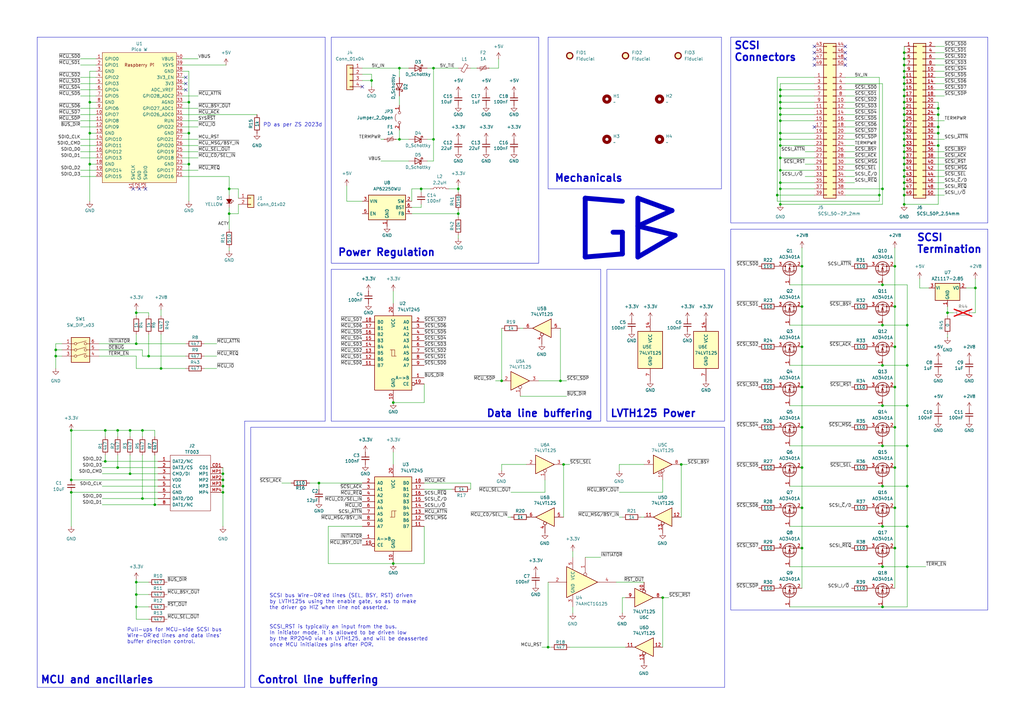
<source format=kicad_sch>
(kicad_sch (version 20250114) (generator "eeschema") (generator_version "9.0")
  (paper "A3")
  (title_block (title "GBSCSI 2") (date "2025-03-10") (rev "1.1") (comment 1 "Drawn by; George Rudolf Mezzomo") (comment 2 "GBSCSI model 2, 2/2.54mm header, 2.5\" form factor compatible"))
  (rectangle (start 299.72 93.98) (end 405.13 250.19))
  (rectangle (start 224.79 15.24) (end 295.91 77.47))
  (rectangle (start 248.92 110.49) (end 297.18 172.72))
  (rectangle (start 299.72 15.24) (end 405.13 91.44))
  (rectangle (start 135.89 15.24) (end 220.98 107.95))
  (text "PD as per ZS 2023d\n\n" (at 107.95 54.61 0) (effects (font (size 1.524 1.524)) (justify left bottom)))
  (text "Pull-ups for MCU-side SCSI bus\nWire-OR'ed lines and data lines'\nbuffer direction control." (at 52.07 264.16 0) (effects (font (size 1.524 1.524)) (justify left bottom)))
  (text "MCU and ancillaries" (at 16.51 280.67 0) (effects (font (size 3 3) (thickness 0.6) (bold yes)) (justify left bottom)))
  (text "SCSI_RST is typically an input from the bus.\nIn initiator mode, it is allowed to be driven low\nby the RP2040 via an LVTH125, and will be deasserted\nonce MCU initializes pins after POR." (at 110.49 265.43 0) (effects (font (size 1.524 1.524)) (justify left bottom)))
  (text "Data line buffering" (at 199.39 171.45 0) (effects (font (size 3 3) (thickness 0.6) (bold yes)) (justify left bottom)))
  (text "LVTH125 Power" (at 250.19 171.45 0) (effects (font (size 3 3) (thickness 0.6) (bold yes)) (justify left bottom)))
  (text "Power Regulation" (at 138.43 105.41 0) (effects (font (size 3 3) (thickness 0.6) (bold yes)) (justify left bottom)))
  (text "SCSI\nConnectors" (at 300.99 25.4 0) (effects (font (size 3 3) (thickness 0.6) (bold yes)) (justify left bottom)))
  (text "Mechanicals" (at 227.33 74.93 0) (effects (font (size 3 3) (thickness 0.6) (bold yes)) (justify left bottom)))
  (text "Control line buffering" (at 105.41 280.67 0) (effects (font (size 3 3) (thickness 0.6) (bold yes)) (justify left bottom)))
  (text "SCSI bus Wire-OR'ed lines (SEL, BSY, RST) driven\nby LVTH125s using the enable gate, so as to make\nthe driver go HiZ when line not asserted." (at 110.49 250.19 0) (effects (font (size 1.524 1.524)) (justify left bottom)))
  (text "SCSI\nTermination" (at 375.92 104.14 0) (effects (font (size 3 3) (thickness 0.6) (bold yes)) (justify left bottom)))
  (junction (at 370.84 49.53))
  (junction (at 361.95 182.88))
  (junction (at 370.84 69.85))
  (junction (at 271.78 245.11))
  (junction (at 43.18 189.23))
  (junction (at 370.84 41.91))
  (junction (at 22.86 146.05))
  (junction (at 48.26 176.53))
  (junction (at 370.84 24.13))
  (junction (at 177.8 27.94))
  (junction (at 370.84 46.99))
  (junction (at 163.83 57.15))
  (junction (at 367.03 191.77))
  (junction (at 55.88 128.27))
  (junction (at 320.04 64.77))
  (junction (at 370.84 52.07))
  (junction (at 48.26 191.77))
  (junction (at 370.84 64.77))
  (junction (at 367.03 224.79))
  (junction (at 370.84 21.59))
  (junction (at 77.47 67.31))
  (junction (at 63.5 207.01))
  (junction (at 370.84 83.82))
  (junction (at 360.68 80.01))
  (junction (at 187.96 87.63))
  (junction (at 370.84 59.69))
  (junction (at 370.84 72.39))
  (junction (at 361.95 232.41))
  (junction (at 370.84 57.15))
  (junction (at 320.04 41.91))
  (junction (at 328.93 191.77))
  (junction (at 372.11 232.41))
  (junction (at 370.84 74.93))
  (junction (at 55.88 238.76))
  (junction (at 328.93 175.26))
  (junction (at 361.95 166.37))
  (junction (at 372.11 166.37))
  (junction (at 55.88 140.97))
  (junction (at 320.04 44.45))
  (junction (at 77.47 54.61))
  (junction (at 231.14 190.5))
  (junction (at 53.34 194.31))
  (junction (at 384.81 52.07))
  (junction (at 370.84 67.31))
  (junction (at 367.03 175.26))
  (junction (at 29.21 201.93))
  (junction (at 328.93 224.79))
  (junction (at 370.84 80.01))
  (junction (at 91.44 199.39))
  (junction (at 367.03 125.73))
  (junction (at 370.84 31.75))
  (junction (at 384.81 44.45))
  (junction (at 370.84 29.21))
  (junction (at 320.04 83.82))
  (junction (at 43.18 176.53))
  (junction (at 55.88 248.92))
  (junction (at 372.11 199.39))
  (junction (at 36.83 67.31))
  (junction (at 320.04 74.93))
  (junction (at 367.03 109.22))
  (junction (at 91.44 196.85))
  (junction (at 384.81 46.99))
  (junction (at 320.04 54.61))
  (junction (at 328.93 109.22))
  (junction (at 205.74 156.21))
  (junction (at 328.93 208.28))
  (junction (at 320.04 39.37))
  (junction (at 367.03 208.28))
  (junction (at 361.95 215.9))
  (junction (at 328.93 125.73))
  (junction (at 93.98 77.47))
  (junction (at 177.8 57.15))
  (junction (at 400.05 118.11))
  (junction (at 91.44 194.31))
  (junction (at 55.88 243.84))
  (junction (at 361.95 149.86))
  (junction (at 91.44 201.93))
  (junction (at 161.29 165.1))
  (junction (at 361.95 77.47))
  (junction (at 320.04 77.47))
  (junction (at 361.95 248.92))
  (junction (at 77.47 41.91))
  (junction (at 372.11 182.88))
  (junction (at 384.81 54.61))
  (junction (at 130.81 198.12))
  (junction (at 361.95 199.39))
  (junction (at 229.87 156.21))
  (junction (at 152.4 33.02))
  (junction (at 320.04 69.85))
  (junction (at 66.04 151.13))
  (junction (at 320.04 59.69))
  (junction (at 53.34 176.53))
  (junction (at 328.93 142.24))
  (junction (at 93.98 87.63))
  (junction (at 318.77 80.01))
  (junction (at 163.83 27.94))
  (junction (at 320.04 36.83))
  (junction (at 367.03 142.24))
  (junction (at 36.83 41.91))
  (junction (at 320.04 49.53))
  (junction (at 370.84 39.37))
  (junction (at 161.29 231.14))
  (junction (at 172.72 77.47))
  (junction (at 372.11 149.86))
  (junction (at 370.84 44.45))
  (junction (at 388.62 128.27))
  (junction (at 320.04 46.99))
  (junction (at 58.42 176.53))
  (junction (at 370.84 36.83))
  (junction (at 279.4 190.5))
  (junction (at 372.11 215.9))
  (junction (at 370.84 34.29))
  (junction (at 370.84 54.61))
  (junction (at 36.83 54.61))
  (junction (at 372.11 133.35))
  (junction (at 22.86 143.51))
  (junction (at 58.42 204.47))
  (junction (at 29.21 196.85))
  (junction (at 370.84 62.23))
  (junction (at 370.84 26.67))
  (junction (at 361.95 116.84))
  (junction (at 367.03 158.75))
  (junction (at 187.96 77.47))
  (junction (at 320.04 57.15))
  (junction (at 384.81 59.69))
  (junction (at 60.96 146.05))
  (junction (at 361.95 133.35))
  (junction (at 29.21 176.53))
  (junction (at 224.79 265.43))
  (junction (at 328.93 158.75))
  (junction (at 370.84 77.47))
  (no_connect (at 76.2 36.83))
  (no_connect (at 346.71 21.59))
  (no_connect (at 54.61 77.47))
  (no_connect (at 334.01 52.07))
  (no_connect (at 334.01 24.13))
  (no_connect (at 76.2 34.29))
  (no_connect (at 148.59 35.56))
  (no_connect (at 334.01 21.59))
  (no_connect (at 76.2 31.75))
  (no_connect (at 59.69 77.47))
  (no_connect (at 346.71 26.67))
  (no_connect (at 346.71 19.05))
  (no_connect (at 346.71 24.13))
  (no_connect (at 334.01 19.05))
  (no_connect (at 57.15 77.47))
  (no_connect (at 334.01 26.67))
  (wire (pts (xy 320.04 39.37) (xy 334.01 39.37)))
  (wire (pts (xy 334.01 34.29) (xy 320.04 34.29)))
  (wire (pts (xy 320.04 36.83) (xy 334.01 36.83)))
  (wire (pts (xy 93.98 85.09) (xy 93.98 87.63)))
  (wire (pts (xy 372.11 149.86) (xy 372.11 166.37)))
  (wire (pts (xy 187.96 76.2) (xy 187.96 77.47)))
  (wire (pts (xy 29.21 176.53) (xy 43.18 176.53)))
  (wire (pts (xy 39.37 62.23) (xy 33.02 62.23)))
  (wire (pts (xy 55.88 140.97) (xy 76.2 140.97)))
  (wire (pts (xy 320.04 46.99) (xy 334.01 46.99)))
  (wire (pts (xy 320.04 41.91) (xy 320.04 44.45)))
  (wire (pts (xy 320.04 59.69) (xy 334.01 59.69)))
  (wire (pts (xy 320.04 69.85) (xy 334.01 69.85)))
  (wire (pts (xy 240.03 228.6) (xy 246.38 228.6)))
  (wire (pts (xy 367.03 142.24) (xy 367.03 158.75)))
  (wire (pts (xy 387.35 34.29) (xy 383.54 34.29)))
  (wire (pts (xy 48.26 176.53) (xy 43.18 176.53)))
  (wire (pts (xy 97.79 87.63) (xy 93.98 87.63)))
  (wire (pts (xy 360.68 82.55) (xy 318.77 82.55)))
  (wire (pts (xy 130.81 198.12) (xy 148.59 198.12)))
  (wire (pts (xy 134.62 215.9) (xy 134.62 231.14)))
  (wire (pts (xy 41.91 191.77) (xy 48.26 191.77)))
  (wire (pts (xy 384.81 54.61) (xy 383.54 54.61)))
  (wire (pts (xy 41.91 204.47) (xy 58.42 204.47)))
  (wire (pts (xy 55.88 238.76) (xy 55.88 237.49)))
  (wire (pts (xy 64.77 201.93) (xy 29.21 201.93)))
  (wire (pts (xy 60.96 248.92) (xy 55.88 248.92)))
  (wire (pts (xy 350.52 49.53) (xy 346.71 49.53)))
  (wire (pts (xy 320.04 83.82) (xy 361.95 83.82)))
  (wire (pts (xy 320.04 77.47) (xy 320.04 74.93)))
  (wire (pts (xy 350.52 52.07) (xy 346.71 52.07)))
  (wire (pts (xy 346.71 59.69) (xy 350.52 59.69)))
  (wire (pts (xy 74.93 29.21) (xy 77.47 29.21)))
  (wire (pts (xy 254 212.09) (xy 255.27 212.09)))
  (polyline (pts (xy 100.33 281.94) (xy 100.33 172.72)))
  (wire (pts (xy 173.99 231.14) (xy 173.99 215.9)))
  (wire (pts (xy 323.85 248.92) (xy 361.95 248.92)))
  (wire (pts (xy 83.82 151.13) (xy 88.9 151.13)))
  (wire (pts (xy 367.03 208.28) (xy 367.03 224.79)))
  (wire (pts (xy 370.84 77.47) (xy 370.84 80.01)))
  (wire (pts (xy 234.95 251.46) (xy 234.95 248.92)))
  (polyline (pts (xy 297.18 281.94) (xy 297.18 175.26)))
  (wire (pts (xy 22.86 146.05) (xy 25.4 146.05)))
  (wire (pts (xy 53.34 176.53) (xy 48.26 176.53)))
  (wire (pts (xy 163.83 39.37) (xy 163.83 43.18)))
  (wire (pts (xy 161.29 185.42) (xy 161.29 190.5)))
  (wire (pts (xy 233.68 190.5) (xy 231.14 190.5)))
  (wire (pts (xy 384.81 52.07) (xy 383.54 52.07)))
  (polyline (pts (xy 15.24 15.24) (xy 15.24 281.94)))
  (wire (pts (xy 320.04 46.99) (xy 320.04 49.53)))
  (wire (pts (xy 177.8 66.04) (xy 175.26 66.04)))
  (wire (pts (xy 328.93 158.75) (xy 328.93 175.26)))
  (wire (pts (xy 74.93 44.45) (xy 81.28 44.45)))
  (polyline (pts (xy 133.35 172.72) (xy 133.35 15.24)))
  (wire (pts (xy 97.79 87.63) (xy 97.79 83.82)))
  (wire (pts (xy 323.85 182.88) (xy 361.95 182.88)))
  (wire (pts (xy 346.71 31.75) (xy 360.68 31.75)))
  (wire (pts (xy 40.64 143.51) (xy 58.42 143.51)))
  (wire (pts (xy 148.59 33.02) (xy 152.4 33.02)))
  (wire (pts (xy 388.62 137.16) (xy 388.62 138.43)))
  (wire (pts (xy 372.11 166.37) (xy 372.11 182.88)))
  (wire (pts (xy 41.91 194.31) (xy 53.34 194.31)))
  (wire (pts (xy 361.95 199.39) (xy 372.11 199.39)))
  (wire (pts (xy 39.37 64.77) (xy 33.02 64.77)))
  (wire (pts (xy 33.02 34.29) (xy 39.37 34.29)))
  (wire (pts (xy 58.42 143.51) (xy 58.42 146.05)))
  (wire (pts (xy 387.35 80.01) (xy 383.54 80.01)))
  (wire (pts (xy 346.71 80.01) (xy 360.68 80.01)))
  (wire (pts (xy 63.5 176.53) (xy 63.5 179.07)))
  (wire (pts (xy 36.83 41.91) (xy 36.83 54.61)))
  (wire (pts (xy 93.98 77.47) (xy 93.98 80.01)))
  (wire (pts (xy 74.93 46.99) (xy 105.41 46.99)))
  (wire (pts (xy 53.34 194.31) (xy 64.77 194.31)))
  (wire (pts (xy 330.2 72.39) (xy 334.01 72.39)))
  (wire (pts (xy 396.24 118.11) (xy 400.05 118.11)))
  (wire (pts (xy 22.86 143.51) (xy 22.86 146.05)))
  (wire (pts (xy 173.99 198.12) (xy 193.04 198.12)))
  (wire (pts (xy 55.88 248.92) (xy 55.88 243.84)))
  (wire (pts (xy 370.84 67.31) (xy 370.84 69.85)))
  (polyline (pts (xy 276.86 96.52) (xy 261.62 92.71)) (stroke (width 2)))
  (wire (pts (xy 387.35 29.21) (xy 383.54 29.21)))
  (wire (pts (xy 172.72 77.47) (xy 172.72 78.74)))
  (wire (pts (xy 328.93 191.77) (xy 328.93 208.28)))
  (wire (pts (xy 148.59 82.55) (xy 142.24 82.55)))
  (wire (pts (xy 254 201.93) (xy 271.78 201.93)))
  (wire (pts (xy 320.04 64.77) (xy 320.04 69.85)))
  (polyline (pts (xy 246.38 110.49) (xy 135.89 110.49)))
  (wire (pts (xy 387.35 36.83) (xy 383.54 36.83)))
  (wire (pts (xy 39.37 72.39) (xy 33.02 72.39)))
  (wire (pts (xy 370.84 62.23) (xy 370.84 64.77)))
  (wire (pts (xy 43.18 189.23) (xy 64.77 189.23)))
  (wire (pts (xy 148.59 27.94) (xy 163.83 27.94)))
  (wire (pts (xy 22.86 146.05) (xy 22.86 151.13)))
  (wire (pts (xy 193.04 27.94) (xy 195.58 27.94)))
  (polyline (pts (xy 240.03 81.28) (xy 240.03 105.41)) (stroke (width 2)))
  (wire (pts (xy 384.81 59.69) (xy 384.81 83.82)))
  (wire (pts (xy 255.27 245.11) (xy 255.27 251.46)))
  (wire (pts (xy 187.96 27.94) (xy 177.8 27.94)))
  (wire (pts (xy 172.72 77.47) (xy 176.53 77.47)))
  (wire (pts (xy 350.52 67.31) (xy 346.71 67.31)))
  (polyline (pts (xy 261.62 105.41) (xy 276.86 96.52)) (stroke (width 2)))
  (wire (pts (xy 177.8 27.94) (xy 177.8 57.15)))
  (wire (pts (xy 391.16 128.27) (xy 388.62 128.27)))
  (wire (pts (xy 184.15 77.47) (xy 187.96 77.47)))
  (polyline (pts (xy 255.27 82.55) (xy 240.03 81.28)) (stroke (width 2)))
  (wire (pts (xy 168.91 87.63) (xy 187.96 87.63)))
  (wire (pts (xy 48.26 186.69) (xy 48.26 191.77)))
  (wire (pts (xy 88.9 146.05) (xy 83.82 146.05)))
  (wire (pts (xy 367.03 175.26) (xy 367.03 191.77)))
  (wire (pts (xy 384.81 41.91) (xy 383.54 41.91)))
  (wire (pts (xy 29.21 196.85) (xy 29.21 176.53)))
  (wire (pts (xy 41.91 189.23) (xy 43.18 189.23)))
  (wire (pts (xy 350.52 57.15) (xy 346.71 57.15)))
  (wire (pts (xy 346.71 77.47) (xy 361.95 77.47)))
  (wire (pts (xy 127 198.12) (xy 130.81 198.12)))
  (wire (pts (xy 271.78 245.11) (xy 271.78 265.43)))
  (wire (pts (xy 361.95 232.41) (xy 372.11 232.41)))
  (wire (pts (xy 41.91 199.39) (xy 64.77 199.39)))
  (polyline (pts (xy 261.62 81.28) (xy 275.59 86.36)) (stroke (width 2)))
  (wire (pts (xy 323.85 199.39) (xy 361.95 199.39)))
  (wire (pts (xy 350.52 46.99) (xy 346.71 46.99)))
  (wire (pts (xy 361.95 182.88) (xy 372.11 182.88)))
  (wire (pts (xy 381 118.11) (xy 377.19 118.11)))
  (wire (pts (xy 205.74 190.5) (xy 205.74 193.04)))
  (wire (pts (xy 384.81 41.91) (xy 384.81 44.45)))
  (wire (pts (xy 177.8 57.15) (xy 175.26 57.15)))
  (wire (pts (xy 53.34 186.69) (xy 53.34 194.31)))
  (polyline (pts (xy 246.38 172.72) (xy 246.38 110.49)))
  (polyline (pts (xy 102.87 175.26) (xy 297.18 175.26)))
  (wire (pts (xy 41.91 207.01) (xy 63.5 207.01)))
  (wire (pts (xy 224.79 238.76) (xy 224.79 265.43)))
  (wire (pts (xy 234.95 226.06) (xy 234.95 228.6)))
  (wire (pts (xy 25.4 140.97) (xy 22.86 140.97)))
  (wire (pts (xy 97.79 77.47) (xy 93.98 77.47)))
  (wire (pts (xy 156.21 66.04) (xy 167.64 66.04)))
  (wire (pts (xy 76.2 36.83) (xy 74.93 36.83)))
  (wire (pts (xy 39.37 59.69) (xy 33.02 59.69)))
  (polyline (pts (xy 135.89 110.49) (xy 135.89 172.72)))
  (wire (pts (xy 187.96 96.52) (xy 187.96 97.79)))
  (wire (pts (xy 43.18 186.69) (xy 43.18 189.23)))
  (wire (pts (xy 361.95 215.9) (xy 372.11 215.9)))
  (wire (pts (xy 328.93 208.28) (xy 328.93 224.79)))
  (wire (pts (xy 66.04 151.13) (xy 55.88 151.13)))
  (wire (pts (xy 74.93 41.91) (xy 77.47 41.91)))
  (wire (pts (xy 175.26 27.94) (xy 177.8 27.94)))
  (wire (pts (xy 76.2 31.75) (xy 74.93 31.75)))
  (wire (pts (xy 361.95 248.92) (xy 372.11 248.92)))
  (wire (pts (xy 187.96 87.63) (xy 187.96 88.9)))
  (wire (pts (xy 328.93 125.73) (xy 328.93 142.24)))
  (wire (pts (xy 205.74 190.5) (xy 215.9 190.5)))
  (wire (pts (xy 130.81 200.66) (xy 130.81 198.12)))
  (wire (pts (xy 142.24 82.55) (xy 142.24 76.2)))
  (wire (pts (xy 36.83 41.91) (xy 39.37 41.91)))
  (polyline (pts (xy 261.62 81.28) (xy 261.62 105.41)) (stroke (width 2)))
  (wire (pts (xy 262.89 212.09) (xy 264.16 212.09)))
  (wire (pts (xy 361.95 133.35) (xy 372.11 133.35)))
  (wire (pts (xy 370.84 46.99) (xy 370.84 49.53)))
  (wire (pts (xy 172.72 77.47) (xy 168.91 77.47)))
  (wire (pts (xy 168.91 85.09) (xy 172.72 85.09)))
  (wire (pts (xy 320.04 54.61) (xy 334.01 54.61)))
  (wire (pts (xy 346.71 62.23) (xy 350.52 62.23)))
  (wire (pts (xy 66.04 127) (xy 66.04 129.54)))
  (wire (pts (xy 134.62 231.14) (xy 161.29 231.14)))
  (wire (pts (xy 323.85 166.37) (xy 361.95 166.37)))
  (wire (pts (xy 60.96 129.54) (xy 60.96 128.27)))
  (wire (pts (xy 334.01 62.23) (xy 330.2 62.23)))
  (wire (pts (xy 66.04 137.16) (xy 66.04 151.13)))
  (wire (pts (xy 152.4 33.02) (xy 152.4 35.56)))
  (wire (pts (xy 58.42 176.53) (xy 63.5 176.53)))
  (wire (pts (xy 74.93 24.13) (xy 81.28 24.13)))
  (wire (pts (xy 91.44 199.39) (xy 91.44 201.93)))
  (wire (pts (xy 387.35 26.67) (xy 383.54 26.67)))
  (wire (pts (xy 370.84 21.59) (xy 370.84 24.13)))
  (wire (pts (xy 252.73 238.76) (xy 264.16 238.76)))
  (wire (pts (xy 55.88 127) (xy 55.88 128.27)))
  (wire (pts (xy 168.91 77.47) (xy 168.91 82.55)))
  (wire (pts (xy 372.11 232.41) (xy 379.73 232.41)))
  (wire (pts (xy 279.4 190.5) (xy 279.4 212.09)))
  (wire (pts (xy 40.64 146.05) (xy 55.88 146.05)))
  (wire (pts (xy 33.02 44.45) (xy 39.37 44.45)))
  (wire (pts (xy 387.35 21.59) (xy 383.54 21.59)))
  (wire (pts (xy 53.34 176.53) (xy 58.42 176.53)))
  (wire (pts (xy 162.56 57.15) (xy 163.83 57.15)))
  (wire (pts (xy 148.59 215.9) (xy 134.62 215.9)))
  (wire (pts (xy 328.93 142.24) (xy 328.93 158.75)))
  (wire (pts (xy 200.66 27.94) (xy 204.47 27.94)))
  (wire (pts (xy 40.64 140.97) (xy 55.88 140.97)))
  (polyline (pts (xy 275.59 86.36) (xy 275.59 86.36)) (stroke (width 2)))
  (wire (pts (xy 77.47 54.61) (xy 77.47 67.31)))
  (wire (pts (xy 370.84 74.93) (xy 370.84 77.47)))
  (wire (pts (xy 367.03 191.77) (xy 367.03 208.28)))
  (wire (pts (xy 60.96 254) (xy 55.88 254)))
  (wire (pts (xy 388.62 128.27) (xy 388.62 125.73)))
  (wire (pts (xy 370.84 72.39) (xy 370.84 74.93)))
  (wire (pts (xy 55.88 128.27) (xy 60.96 128.27)))
  (wire (pts (xy 217.17 212.09) (xy 215.9 212.09)))
  (wire (pts (xy 367.03 109.22) (xy 367.03 125.73)))
  (wire (pts (xy 361.95 77.47) (xy 361.95 83.82)))
  (wire (pts (xy 350.52 69.85) (xy 346.71 69.85)))
  (wire (pts (xy 328.93 224.79) (xy 328.93 241.3)))
  (wire (pts (xy 115.57 198.12) (xy 119.38 198.12)))
  (wire (pts (xy 163.83 57.15) (xy 167.64 57.15)))
  (wire (pts (xy 323.85 133.35) (xy 361.95 133.35)))
  (wire (pts (xy 224.79 265.43) (xy 226.06 265.43)))
  (wire (pts (xy 400.05 118.11) (xy 400.05 114.3)))
  (wire (pts (xy 370.84 41.91) (xy 370.84 44.45)))
  (wire (pts (xy 220.98 156.21) (xy 229.87 156.21)))
  (wire (pts (xy 74.93 57.15) (xy 81.28 57.15)))
  (wire (pts (xy 33.02 36.83) (xy 39.37 36.83)))
  (wire (pts (xy 33.02 31.75) (xy 39.37 31.75)))
  (wire (pts (xy 320.04 44.45) (xy 334.01 44.45)))
  (wire (pts (xy 388.62 129.54) (xy 388.62 128.27)))
  (wire (pts (xy 74.93 26.67) (xy 92.71 26.67)))
  (wire (pts (xy 91.44 196.85) (xy 91.44 199.39)))
  (wire (pts (xy 350.52 39.37) (xy 346.71 39.37)))
  (wire (pts (xy 320.04 57.15) (xy 334.01 57.15)))
  (wire (pts (xy 370.84 49.53) (xy 370.84 52.07)))
  (wire (pts (xy 93.98 101.6) (xy 93.98 102.87)))
  (wire (pts (xy 60.96 137.16) (xy 60.96 146.05)))
  (wire (pts (xy 377.19 118.11) (xy 377.19 114.3)))
  (wire (pts (xy 58.42 176.53) (xy 58.42 179.07)))
  (wire (pts (xy 22.86 140.97) (xy 22.86 143.51)))
  (wire (pts (xy 370.84 80.01) (xy 370.84 83.82)))
  (wire (pts (xy 222.25 265.43) (xy 224.79 265.43)))
  (wire (pts (xy 76.2 151.13) (xy 66.04 151.13)))
  (wire (pts (xy 383.54 59.69) (xy 384.81 59.69)))
  (polyline (pts (xy 102.87 175.26) (xy 102.87 281.94)))
  (wire (pts (xy 361.95 34.29) (xy 361.95 77.47)))
  (wire (pts (xy 76.2 34.29) (xy 74.93 34.29)))
  (wire (pts (xy 328.93 101.6) (xy 328.93 109.22)))
  (wire (pts (xy 58.42 186.69) (xy 58.42 204.47)))
  (wire (pts (xy 43.18 176.53) (xy 43.18 179.07)))
  (wire (pts (xy 370.84 69.85) (xy 370.84 72.39)))
  (wire (pts (xy 91.44 191.77) (xy 91.44 194.31)))
  (wire (pts (xy 152.4 30.48) (xy 152.4 33.02)))
  (polyline (pts (xy 135.89 172.72) (xy 246.38 172.72)))
  (wire (pts (xy 60.96 243.84) (xy 55.88 243.84)))
  (wire (pts (xy 384.81 44.45) (xy 384.81 46.99)))
  (wire (pts (xy 231.14 190.5) (xy 231.14 212.09)))
  (wire (pts (xy 384.81 46.99) (xy 383.54 46.99)))
  (wire (pts (xy 33.02 26.67) (xy 39.37 26.67)))
  (wire (pts (xy 387.35 69.85) (xy 383.54 69.85)))
  (wire (pts (xy 161.29 231.14) (xy 173.99 231.14)))
  (wire (pts (xy 39.37 29.21) (xy 36.83 29.21)))
  (wire (pts (xy 74.93 67.31) (xy 77.47 67.31)))
  (wire (pts (xy 361.95 149.86) (xy 372.11 149.86)))
  (wire (pts (xy 370.84 26.67) (xy 370.84 29.21)))
  (wire (pts (xy 55.88 151.13) (xy 55.88 146.05)))
  (wire (pts (xy 328.93 175.26) (xy 328.93 191.77)))
  (wire (pts (xy 254 190.5) (xy 254 193.04)))
  (wire (pts (xy 60.96 238.76) (xy 55.88 238.76)))
  (wire (pts (xy 350.52 44.45) (xy 346.71 44.45)))
  (wire (pts (xy 156.21 57.15) (xy 157.48 57.15)))
  (wire (pts (xy 55.88 254) (xy 55.88 248.92)))
  (wire (pts (xy 370.84 36.83) (xy 370.84 39.37)))
  (wire (pts (xy 58.42 146.05) (xy 60.96 146.05)))
  (polyline (pts (xy 261.62 92.71) (xy 261.62 92.71)) (stroke (width 2)))
  (wire (pts (xy 36.83 67.31) (xy 39.37 67.31)))
  (wire (pts (xy 323.85 149.86) (xy 361.95 149.86)))
  (wire (pts (xy 204.47 27.94) (xy 204.47 24.13)))
  (wire (pts (xy 318.77 31.75) (xy 318.77 80.01)))
  (wire (pts (xy 370.84 31.75) (xy 370.84 34.29)))
  (wire (pts (xy 55.88 137.16) (xy 55.88 140.97)))
  (polyline (pts (xy 276.86 96.52) (xy 276.86 96.52)) (stroke (width 2)))
  (wire (pts (xy 372.11 182.88) (xy 372.11 199.39)))
  (wire (pts (xy 33.02 49.53) (xy 39.37 49.53)))
  (wire (pts (xy 274.32 245.11) (xy 271.78 245.11)))
  (wire (pts (xy 320.04 57.15) (xy 320.04 59.69)))
  (wire (pts (xy 74.93 54.61) (xy 77.47 54.61)))
  (wire (pts (xy 281.94 190.5) (xy 279.4 190.5)))
  (wire (pts (xy 36.83 29.21) (xy 36.83 41.91)))
  (wire (pts (xy 36.83 54.61) (xy 36.83 67.31)))
  (wire (pts (xy 370.84 24.13) (xy 370.84 26.67)))
  (wire (pts (xy 323.85 232.41) (xy 361.95 232.41)))
  (wire (pts (xy 372.11 215.9) (xy 372.11 232.41)))
  (wire (pts (xy 384.81 52.07) (xy 384.81 54.61)))
  (wire (pts (xy 320.04 64.77) (xy 334.01 64.77)))
  (polyline (pts (xy 100.33 172.72) (xy 133.35 172.72)))
  (wire (pts (xy 203.2 156.21) (xy 205.74 156.21)))
  (wire (pts (xy 55.88 243.84) (xy 55.88 238.76)))
  (wire (pts (xy 163.83 53.34) (xy 163.83 57.15)))
  (wire (pts (xy 74.93 69.85) (xy 81.28 69.85)))
  (wire (pts (xy 33.02 39.37) (xy 39.37 39.37)))
  (wire (pts (xy 213.36 134.62) (xy 214.63 134.62)))
  (wire (pts (xy 387.35 31.75) (xy 383.54 31.75)))
  (wire (pts (xy 318.77 82.55) (xy 318.77 80.01)))
  (wire (pts (xy 193.04 200.66) (xy 193.04 198.12)))
  (wire (pts (xy 320.04 44.45) (xy 320.04 46.99)))
  (wire (pts (xy 91.44 201.93) (xy 91.44 215.9)))
  (wire (pts (xy 77.47 41.91) (xy 77.47 54.61)))
  (wire (pts (xy 233.68 265.43) (xy 256.54 265.43)))
  (polyline (pts (xy 15.24 281.94) (xy 100.33 281.94)))
  (wire (pts (xy 33.02 46.99) (xy 39.37 46.99)))
  (wire (pts (xy 173.99 157.48) (xy 173.99 165.1)))
  (wire (pts (xy 372.11 199.39) (xy 372.11 215.9)))
  (wire (pts (xy 320.04 77.47) (xy 334.01 77.47)))
  (wire (pts (xy 320.04 59.69) (xy 320.04 64.77)))
  (wire (pts (xy 93.98 87.63) (xy 93.98 93.98)))
  (wire (pts (xy 384.81 46.99) (xy 384.81 52.07)))
  (wire (pts (xy 320.04 34.29) (xy 320.04 36.83)))
  (wire (pts (xy 167.64 27.94) (xy 163.83 27.94)))
  (wire (pts (xy 187.96 86.36) (xy 187.96 87.63)))
  (wire (pts (xy 55.88 128.27) (xy 55.88 129.54)))
  (wire (pts (xy 400.05 128.27) (xy 400.05 118.11)))
  (wire (pts (xy 264.16 190.5) (xy 254 190.5)))
  (wire (pts (xy 372.11 232.41) (xy 372.11 248.92)))
  (wire (pts (xy 320.04 36.83) (xy 320.04 39.37)))
  (wire (pts (xy 91.44 194.31) (xy 91.44 196.85)))
  (wire (pts (xy 383.54 57.15) (xy 387.35 57.15)))
  (wire (pts (xy 350.52 36.83) (xy 346.71 36.83)))
  (wire (pts (xy 330.2 67.31) (xy 334.01 67.31)))
  (wire (pts (xy 39.37 69.85) (xy 33.02 69.85)))
  (polyline (pts (xy 251.46 95.25) (xy 255.27 95.25)) (stroke (width 2)))
  (wire (pts (xy 360.68 80.01) (xy 360.68 31.75)))
  (wire (pts (xy 229.87 134.62) (xy 229.87 156.21)))
  (wire (pts (xy 370.84 44.45) (xy 370.84 46.99)))
  (wire (pts (xy 208.28 212.09) (xy 209.55 212.09)))
  (wire (pts (xy 74.93 39.37) (xy 81.28 39.37)))
  (polyline (pts (xy 261.62 92.71) (xy 275.59 86.36)) (stroke (width 2)))
  (wire (pts (xy 320.04 49.53) (xy 334.01 49.53)))
  (wire (pts (xy 318.77 80.01) (xy 334.01 80.01)))
  (wire (pts (xy 370.84 54.61) (xy 370.84 57.15)))
  (wire (pts (xy 271.78 201.93) (xy 271.78 196.85)))
  (wire (pts (xy 256.54 245.11) (xy 255.27 245.11)))
  (wire (pts (xy 367.03 158.75) (xy 367.03 175.26)))
  (wire (pts (xy 74.93 64.77) (xy 81.28 64.77)))
  (wire (pts (xy 74.93 62.23) (xy 81.28 62.23)))
  (wire (pts (xy 320.04 69.85) (xy 320.04 74.93)))
  (wire (pts (xy 387.35 74.93) (xy 383.54 74.93)))
  (wire (pts (xy 387.35 67.31) (xy 383.54 67.31)))
  (wire (pts (xy 36.83 67.31) (xy 36.83 82.55)))
  (wire (pts (xy 36.83 54.61) (xy 39.37 54.61)))
  (wire (pts (xy 350.52 64.77) (xy 346.71 64.77)))
  (wire (pts (xy 320.04 83.82) (xy 320.04 77.47)))
  (wire (pts (xy 74.93 59.69) (xy 81.28 59.69)))
  (wire (pts (xy 328.93 109.22) (xy 328.93 125.73)))
  (wire (pts (xy 370.84 59.69) (xy 370.84 62.23)))
  (wire (pts (xy 367.03 101.6) (xy 367.03 109.22)))
  (wire (pts (xy 53.34 176.53) (xy 53.34 179.07)))
  (wire (pts (xy 63.5 186.69) (xy 63.5 207.01)))
  (wire (pts (xy 232.41 162.56) (xy 213.36 162.56)))
  (wire (pts (xy 370.84 19.05) (xy 370.84 21.59)))
  (wire (pts (xy 370.84 29.21) (xy 370.84 31.75)))
  (wire (pts (xy 323.85 215.9) (xy 361.95 215.9)))
  (wire (pts (xy 39.37 57.15) (xy 33.02 57.15)))
  (wire (pts (xy 384.81 44.45) (xy 383.54 44.45)))
  (wire (pts (xy 387.35 72.39) (xy 383.54 72.39)))
  (wire (pts (xy 370.84 52.07) (xy 370.84 54.61)))
  (wire (pts (xy 161.29 119.38) (xy 161.29 124.46)))
  (wire (pts (xy 33.02 52.07) (xy 39.37 52.07)))
  (wire (pts (xy 350.52 41.91) (xy 346.71 41.91)))
  (wire (pts (xy 350.52 74.93) (xy 346.71 74.93)))
  (wire (pts (xy 320.04 41.91) (xy 334.01 41.91)))
  (wire (pts (xy 384.81 54.61) (xy 384.81 59.69)))
  (wire (pts (xy 232.41 156.21) (xy 229.87 156.21)))
  (wire (pts (xy 63.5 207.01) (xy 64.77 207.01)))
  (wire (pts (xy 372.11 116.84) (xy 372.11 133.35)))
  (wire (pts (xy 223.52 201.93) (xy 223.52 196.85)))
  (polyline (pts (xy 102.87 281.94) (xy 297.18 281.94)))
  (wire (pts (xy 64.77 196.85) (xy 29.21 196.85)))
  (wire (pts (xy 387.35 24.13) (xy 383.54 24.13)))
  (wire (pts (xy 320.04 39.37) (xy 320.04 41.91)))
  (wire (pts (xy 74.93 52.07) (xy 81.28 52.07)))
  (wire (pts (xy 383.54 49.53) (xy 387.35 49.53)))
  (wire (pts (xy 334.01 31.75) (xy 318.77 31.75)))
  (wire (pts (xy 185.42 200.66) (xy 173.99 200.66)))
  (wire (pts (xy 33.02 24.13) (xy 39.37 24.13)))
  (wire (pts (xy 370.84 39.37) (xy 370.84 41.91)))
  (wire (pts (xy 387.35 39.37) (xy 383.54 39.37)))
  (wire (pts (xy 93.98 72.39) (xy 93.98 77.47)))
  (wire (pts (xy 360.68 80.01) (xy 360.68 82.55)))
  (wire (pts (xy 74.93 49.53) (xy 81.28 49.53)))
  (wire (pts (xy 350.52 54.61) (xy 346.71 54.61)))
  (wire (pts (xy 350.52 72.39) (xy 346.71 72.39)))
  (wire (pts (xy 370.84 34.29) (xy 370.84 36.83)))
  (polyline (pts (xy 240.03 105.41) (xy 255.27 104.14)) (stroke (width 2)))
  (wire (pts (xy 367.03 224.79) (xy 367.03 241.3)))
  (wire (pts (xy 29.21 201.93) (xy 29.21 215.9)))
  (wire (pts (xy 383.54 62.23) (xy 387.35 62.23)))
  (wire (pts (xy 320.04 74.93) (xy 334.01 74.93)))
  (wire (pts (xy 177.8 57.15) (xy 177.8 66.04)))
  (wire (pts (xy 48.26 191.77) (xy 64.77 191.77)))
  (wire (pts (xy 22.86 143.51) (xy 25.4 143.51)))
  (wire (pts (xy 88.9 140.97) (xy 83.82 140.97)))
  (wire (pts (xy 320.04 49.53) (xy 320.04 54.61)))
  (wire (pts (xy 320.04 54.61) (xy 320.04 57.15)))
  (wire (pts (xy 172.72 85.09) (xy 172.72 83.82)))
  (wire (pts (xy 387.35 77.47) (xy 383.54 77.47)))
  (wire (pts (xy 323.85 116.84) (xy 361.95 116.84)))
  (wire (pts (xy 205.74 134.62) (xy 205.74 156.21)))
  (wire (pts (xy 361.95 116.84) (xy 372.11 116.84)))
  (wire (pts (xy 97.79 81.28) (xy 97.79 77.47)))
  (wire (pts (xy 209.55 201.93) (xy 223.52 201.93)))
  (wire (pts (xy 74.93 72.39) (xy 93.98 72.39)))
  (wire (pts (xy 361.95 166.37) (xy 372.11 166.37)))
  (wire (pts (xy 148.59 30.48) (xy 152.4 30.48)))
  (wire (pts (xy 346.71 34.29) (xy 361.95 34.29)))
  (wire (pts (xy 77.47 29.21) (xy 77.47 41.91)))
  (wire (pts (xy 387.35 64.77) (xy 383.54 64.77)))
  (wire (pts (xy 398.78 128.27) (xy 400.05 128.27)))
  (wire (pts (xy 372.11 133.35) (xy 372.11 149.86)))
  (wire (pts (xy 173.99 165.1) (xy 161.29 165.1)))
  (wire (pts (xy 370.84 57.15) (xy 370.84 59.69)))
  (wire (pts (xy 77.47 67.31) (xy 77.47 82.55)))
  (wire (pts (xy 48.26 179.07) (xy 48.26 176.53)))
  (polyline (pts (xy 255.27 104.14) (xy 255.27 95.25)) (stroke (width 2)))
  (wire (pts (xy 370.84 83.82) (xy 384.81 83.82)))
  (wire (pts (xy 187.96 77.47) (xy 187.96 78.74)))
  (wire (pts (xy 370.84 64.77) (xy 370.84 67.31)))
  (wire (pts (xy 58.42 204.47) (xy 64.77 204.47)))
  (polyline (pts (xy 133.35 15.24) (xy 15.24 15.24)))
  (wire (pts (xy 367.03 125.73) (xy 367.03 142.24)))
  (wire (pts (xy 163.83 27.94) (xy 163.83 31.75)))
  (wire (pts (xy 60.96 146.05) (xy 76.2 146.05)))
  (wire (pts (xy 387.35 19.05) (xy 383.54 19.05)))
  (label "~{SCSI_BSY}" (at 349.25 125.73 180))
  (label "~{MCU_REQ}" (at 88.9 146.05 0))
  (label "SCSI_~{ATTN}" (at 330.2 62.23 180))
  (label "~{MCU_SD5}" (at 148.59 137.16 180))
  (label "~{MCU_CD{slash}SEL_IN}" (at 208.28 212.09 180))
  (label "~{SCSI_MSG}" (at 387.35 69.85 0))
  (label "~{INITIATOR}" (at 148.59 220.98 180))
  (label "~{SCSI_SD5}" (at 173.99 137.16 0))
  (label "SDIO_D3" (at 33.02 72.39 180))
  (label "~{BUS_DIR}" (at 173.99 154.94 0))
  (label "SCSI_I{slash}~{O} " (at 330.2 72.39 180))
  (label "~{SCSI_ACK}" (at 350.52 64.77 0))
  (label "5V_IN" (at 152.4 27.94 0))
  (label "SDIO_CMD" (at 41.91 194.31 180))
  (label "VBUS" (at 156.21 66.04 180))
  (label "~{DEBUG}" (at 44.45 143.51 0))
  (label "SDIO_D2" (at 41.91 189.23 180))
  (label "~{MCU_ACK}" (at 173.99 198.12 0))
  (label "~{SCSI_SD5}" (at 350.52 49.53 0))
  (label "~{SCSI_SD4}" (at 173.99 139.7 0))
  (label "~{SCSI_MSG}" (at 350.52 67.31 0))
  (label "~{SCSI_SD3}" (at 311.15 158.75 180))
  (label "SCSI_~{REQ}" (at 349.25 224.79 180))
  (label "~{SCSI_SDP}" (at 387.35 39.37 0))
  (label "~{SCSI_SD2}" (at 173.99 144.78 0))
  (label "~{MCU_IO}" (at 148.59 208.28 180))
  (label "~{SCSI_SD7}" (at 311.15 224.79 180))
  (label "~{SCSI_SD7}" (at 387.35 36.83 0))
  (label "VBUS" (at 81.28 24.13 0))
  (label "~{SCSI_SD0}" (at 311.15 109.22 180))
  (label "~{INITIATOR}" (at 246.38 228.6 0))
  (label "~{SCSI_SD1}" (at 173.99 147.32 0))
  (label "~{SCSI_SDP}" (at 350.52 57.15 0))
  (label "~{SCSI_BSY}" (at 350.52 62.23 0))
  (label "~{MCU_SD7}" (at 33.02 46.99 180))
  (label "~{INITIATOR}" (at 44.45 140.97 0))
  (label "~{SCSI_SDP}" (at 311.15 241.3 180))
  (label "~{MCU_IO}" (at 81.28 52.07 0))
  (label "~{MCU_SD3}" (at 33.02 34.29 180))
  (label "~{BUS_DIR}" (at 33.02 52.07 180))
  (label "SYS~{RST}" (at 81.28 49.53 0))
  (label "~{SCSI_MSG}" (at 173.99 213.36 0))
  (label "~{SCSI_ACK}" (at 115.57 198.12 180))
  (label "~{MCU_SD5}" (at 33.02 39.37 180))
  (label "~{MCU_ACK}" (at 81.28 46.99 0))
  (label "SDIO_D1" (at 33.02 64.77 180))
  (label "SCSI_~{ATTN}" (at 349.25 109.22 180))
  (label "SCSI_~{REQ}" (at 173.99 203.2 0))
  (label "~{SCSI_SEL}" (at 233.68 190.5 0))
  (label "~{MCU_SD1}" (at 148.59 147.32 180))
  (label "SCSI_I{slash}~{O} " (at 349.25 241.3 180))
  (label "TERMPWR" (at 387.35 49.53 0))
  (label "~{SCSI_SD2}" (at 350.52 41.91 0))
  (label "SCSI_I{slash}~{O} " (at 387.35 80.01 0))
  (label "SCSI_I{slash}~{O} " (at 173.99 208.28 0))
  (label "~{MCU_SD3}" (at 148.59 142.24 180))
  (label "SDIO_D1" (at 41.91 207.01 180))
  (label "~{SCSI_SD7}" (at 173.99 132.08 0))
  (label "~{MCU_REQ}" (at 148.59 203.2 180))
  (label "~{SCSI_ACK}" (at 349.25 142.24 180))
  (label "SCSI_~{C}{slash}D" (at 387.35 74.93 0))
  (label "~{MCU_ATTN}" (at 81.28 39.37 0))
  (label "~{SCSI_SD1}" (at 387.35 21.59 0))
  (label "~{TERM_EN}" (at 44.45 146.05 0))
  (label "~{SCSI_SD0}" (at 350.52 36.83 0))
  (label "~{MCU_SEL_OUT}" (at 81.28 62.23 0))
  (label "SDIO_D0" (at 41.91 204.47 180))
  (label "~{SCSI_SEL}" (at 350.52 69.85 0))
  (label "~{MCU_BSY_OUT}" (at 81.28 44.45 0))
  (label "~{SCSI_SEL}" (at 387.35 72.39 0))
  (label "~{SCSI_SD3}" (at 387.35 26.67 0))
  (label "~{MCU_SD4}" (at 33.02 36.83 180))
  (label "SCSI_~{REQ}" (at 350.52 74.93 0))
  (label "~{SCSI_BSY}" (at 387.35 62.23 0))
  (label "~{MCU_ATTN}" (at 88.9 140.97 0))
  (label "5V_TIE" (at 180.34 27.94 0))
  (label "SDIO_CLK" (at 41.91 199.39 180))
  (label "~{MCU_CD{slash}SEL_IN}" (at 148.59 205.74 180))
  (label "SDIO_D2" (at 33.02 69.85 180))
  (label "~{SCSI_RST}" (at 330.2 67.31 180))
  (label "~{SCSI_SD0}" (at 173.99 149.86 0))
  (label "SCSI_~{ATTN}" (at 387.35 57.15 0))
  (label "SCSI_~{C}{slash}D" (at 350.52 72.39 0))
  (label "~{MCU_SD2}" (at 33.02 31.75 180))
  (label "~{MCU_SEL_OUT}" (at 68.58 254 0))
  (label "~{SCSI_SD6}" (at 350.52 52.07 0))
  (label "~{MCU_REQ}" (at 81.28 69.85 0))
  (label "MCU_RST" (at 222.25 265.43 180))
  (label "~{SCSI_SD3}" (at 173.99 142.24 0))
  (label "SCSI_~{ATTN}" (at 148.59 210.82 180))
  (label "~{MCU_SD4}" (at 148.59 139.7 180))
  (label "SDIO_D0" (at 33.02 62.23 180))
  (label "SDIO_CMD" (at 33.02 59.69 180))
  (label "~{SCSI_SD6}" (at 173.99 134.62 0))
  (label "~{MCU_BSY_OUT}" (at 148.59 223.52 180))
  (label "SDIO_D3" (at 41.91 191.77 180))
  (label "~{SCSI_SD5}" (at 387.35 31.75 0))
  (label "~{SCSI_SD7}" (at 350.52 54.61 0))
  (label "~{SCSI_SD5}" (at 311.15 191.77 180))
  (label "~{MCU_SD7}" (at 148.59 132.08 180))
  (label "~{SCSI_SD2}" (at 387.35 24.13 0))
  (label "~{MCU_MSG{slash}BSY_IN}" (at 254 212.09 180))
  (label "~{MCU_SEL_OUT}" (at 209.55 201.93 180))
  (label "SCSI_~{C}{slash}D" (at 173.99 205.74 0))
  (label "~{SCSI_SD4}" (at 311.15 175.26 180))
  (label "~{MCU_ATTN}" (at 173.99 210.82 0))
  (label "~{MCU_SD6}" (at 148.59 134.62 180))
  (label "~{SCSI_SD4}" (at 350.52 46.99 0))
  (label "~{SCSI_SD4}" (at 387.35 29.21 0))
  (label "~{MCU_CD{slash}SEL_IN}" (at 81.28 64.77 0))
  (label "~{SCSI_SD1}" (at 350.52 39.37 0))
  (label "~{SCSI_RST}" (at 349.25 158.75 180))
  (label "~{SCSI_SD0}" (at 387.35 19.05 0))
  (label "SCSI_~{REQ}" (at 387.35 77.47 0))
  (label "~{SCSI_SD1}" (at 311.15 125.73 180))
  (label "~{SCSI_BSY}" (at 281.94 190.5 0))
  (label "~{SCSI_ACK}" (at 387.35 64.77 0))
  (label "~{MCU_SD6}" (at 33.02 44.45 180))
  (label "~{MCU_BSY_OUT}" (at 68.58 243.84 0))
  (label "~{RST_OUT}" (at 68.58 248.92 0))
  (label "~{RST_OUT}" (at 264.16 238.76 180))
  (label "~{MCU_BSY_OUT}" (at 254 201.93 180))
  (label "~{SCSI_SEL}" (at 349.25 191.77 180))
  (label "5V_IN" (at 350.52 31.75 0))
  (label "~{MCU_IO}" (at 88.9 151.13 0))
  (label "~{SCSI_MSG}" (at 349.25 175.26 180))
  (label "~{MCU_SD2}" (at 148.59 144.78 180))
  (label "~{SCSI_SD2}" (at 311.15 142.24 180))
  (label "~{SCSI_SD3}" (at 350.52 44.45 0))
  (label "~{BUS_DIR}" (at 68.58 238.76 0))
  (label "~{MCU_SDP}" (at 33.02 49.53 180))
  (label "TERMPWR" (at 156.21 57.15 180))
  (label "~{SCSI_RST}" (at 274.32 245.11 0))
  (label "~{SCSI_SD6}" (at 387.35 34.29 0))
  (label "~{MCU_SDP}" (at 203.2 156.21 180))
  (label "~{TERM_EN}" (at 379.73 232.41 0))
  (label "MCU_RST" (at 81.28 57.15 0))
  (label "~{MCU_SD1}" (at 33.02 26.67 180))
  (label "~{SCSI_RST}" (at 387.35 67.31 0))
  (label "~{SCSI_ACK}" (at 148.59 200.66 180))
  (label "SDIO_CLK" (at 33.02 57.15 180))
  (label "SCSI_~{C}{slash}D" (at 349.25 208.28 180))
  (label "ACTY" (at 93.98 92.71 180))
  (label "~{BUS_DIR}" (at 232.41 162.56 0))
  (label "~{SCSI_SD6}" (at 311.15 208.28 180))
  (label "~{MCU_SD0}" (at 33.02 24.13 180))
  (label "~{SCSI_SDP}" (at 232.41 156.21 0))
  (label "~{MCU_MSG{slash}BSY_IN}" (at 81.28 59.69 0))
  (label "TERMPWR" (at 350.52 59.69 0))
  (label "~{MCU_SD0}" (at 148.59 149.86 180))
  (label "~{MCU_MSG{slash}BSY_IN}" (at 148.59 213.36 180))
  (symbol (lib_id "power:+5V") (at 92.71 26.67 0) (unit 1)
    (property "Reference" "#PWR013" (effects (hide yes)))
    (property "Value" "+5V" (at 92.71 21.59 0))
  )
  (symbol (lib_id "Mechanical:Fiducial") (at 233.68 22.86 0) (unit 1)
    (property "Reference" "FID1" (at 236.22 21.59 0) (effects (justify left)))
    (property "Value" "Fiducial" (at 236.22 24.13 0) (effects (justify left)))
    (property "Footprint" "Fiducial:Fiducial_0.5mm_Mask1mm" (effects (hide yes)))
    (property "LCSC" "N/A" (effects (hide yes)))
  )
  (symbol (lib_id "74xx:74LS245") (at 161.29 210.82 0) (unit 1)
    (property "Reference" "U3" (at 166.37 190.5 0))
    (property "Value" "74LVT245" (at 168.91 193.04 0))
    (property "Footprint" "Package_SO:SSOP-20_5.3x7.2mm_P0.65mm" (effects (hide yes)))
    (property "Datasheet" "http://www.ti.com/lit/gpn/sn74LS245" (effects (hide yes)))
    (property "LCSC" "C2652121" (effects (hide yes)))
  )
  (symbol (lib_id "power:+3.3V") (at 151.13 119.38 0) (unit 1)
    (property "Reference" "#PWR019" (effects (hide yes)))
    (property "Value" "+3.3V" (at 151.13 114.3 0))
  )
  (symbol (lib_id "power:GND") (at 77.47 82.55 0) (unit 1)
    (property "Reference" "#PWR011" (effects (hide yes)))
    (property "Value" "GND" (at 77.47 86.36 0))
  )
  (symbol (lib_id "Mechanical:MountingHole") (at 270.51 57.15 0) (unit 1) (in_bom no)
    (property "Reference" "H4" (at 273.05 55.88 0) (effects (justify left)))
    (property "Value" "~" (at 273.05 58.42 0) (effects (justify left)))
    (property "Footprint" "GBSCSI:MH2.5_NPTH" (effects (hide yes)))
    (property "LCSC" "N/A" (effects (hide yes)))
  )
  (symbol (lib_id "power:+5V") (at 199.39 38.1 0) (mirror y) (unit 1)
    (property "Reference" "#PWR075" (effects (hide yes)))
    (property "Value" "+5V" (at 199.39 33.02 0))
  )
  (symbol (lib_id "Device:R") (at 60.96 133.35 0) (unit 1)
    (property "Reference" "R6" (at 62.992 133.35 90))
    (property "Value" "1k" (at 60.96 133.35 90))
    (property "Footprint" "Resistor_SMD:R_0603_1608Metric" (effects (hide yes)))
    (property "LCSC" "C21190" (effects (hide yes)))
  )
  (symbol (lib_id "Connector_Generic:Conn_02x25_Odd_Even") (at 375.92 49.53 0) (unit 1)
    (property "Reference" "J6" (at 377.19 85.09 0))
    (property "Value" "SCSI_50P_2.54mm" (at 384.81 87.63 0))
    (property "Footprint" "Connector_IDC:IDC-Header_2x25_P2.54mm_Horizontal" (effects (hide yes)))
    (property "LCSC" "N/A" (effects (hide yes)))
  )
  (symbol (lib_id "power:GND") (at 205.74 193.04 0) (mirror y) (unit 1)
    (property "Reference" "#PWR026" (effects (hide yes)))
    (property "Value" "GND" (at 205.613 197.4342 0))
  )
  (symbol (lib_id "74xx:74LVC125") (at 289.56 143.51 0) (unit 5)
    (property "Reference" "U6" (at 288.29 142.24 0))
    (property "Value" "74LVT125" (at 289.56 144.78 0))
    (property "Footprint" "Package_SO:TSSOP-14_4.4x5mm_P0.65mm" (effects (hide yes)))
    (property "Datasheet" "http://www.ti.com/lit/gpn/sn74LVC125" (effects (hide yes)))
    (property "LCSC" "C7042" (effects (hide yes)))
  )
  (symbol (lib_id "power:+3.3V") (at 149.86 185.42 0) (unit 1)
    (property "Reference" "#PWR017" (effects (hide yes)))
    (property "Value" "+3.3V" (at 149.86 180.34 0))
  )
  (symbol (lib_id "power:GND") (at 388.62 138.43 0) (unit 1)
    (property "Reference" "#PWR050" (effects (hide yes)))
    (property "Value" "GND" (at 388.62 143.51 0))
  )
  (symbol (lib_id "power:+3.3V") (at 161.29 185.42 0) (unit 1)
    (property "Reference" "#PWR061" (effects (hide yes)))
    (property "Value" "+3.3V" (at 161.29 180.34 0))
  )
  (symbol (lib_id "power:GND") (at 161.29 165.1 0) (unit 1)
    (property "Reference" "#PWR022" (effects (hide yes)))
    (property "Value" "GND" (at 161.29 168.91 0))
  )
  (symbol (lib_id "Device:C_Small") (at 187.96 59.69 0) (unit 1)
    (property "Reference" "C12" (at 185.6486 58.5216 0) (effects (justify right)))
    (property "Value" "22uF" (at 185.6486 60.833 0) (effects (justify right)))
    (property "Footprint" "Capacitor_SMD:C_0603_1608Metric" (effects (hide yes)))
    (property "LCSC" "C59461" (effects (hide yes)))
  )
  (symbol (lib_id "Transistor_FET:AO3401A") (at 361.95 111.76 90) (unit 1)
    (property "Reference" "Q10" (at 361.95 102.87 90))
    (property "Value" "AO3401A" (at 361.95 105.41 90))
    (property "Footprint" "Package_TO_SOT_SMD:SOT-23" (effects (hide yes)))
    (property "Datasheet" "http://www.aosmd.com/pdfs/datasheet/AO3401A.pdf" (effects (hide yes)))
    (property "LCSC" "C15127" (effects (hide yes)))
  )
  (symbol (lib_id "Device:R") (at 314.96 109.22 90) (unit 1)
    (property "Reference" "R22" (at 314.96 106.68 90))
    (property "Value" "110" (at 314.96 109.22 90))
    (property "Footprint" "Resistor_SMD:R_0603_1608Metric" (effects (hide yes)))
    (property "LCSC" "C22781" (effects (hide yes)))
  )
  (symbol (lib_id "power:GND") (at 152.4 35.56 0) (unit 1)
    (property "Reference" "#PWR021" (effects (hide yes)))
    (property "Value" "GND" (at 152.4 39.37 0))
  )
  (symbol (lib_id "Device:C_Small") (at 259.08 133.35 0) (unit 1)
    (property "Reference" "C5" (at 256.7686 132.1816 0) (effects (justify right)))
    (property "Value" "100nF" (at 256.7686 134.493 0) (effects (justify right)))
    (property "Footprint" "Capacitor_SMD:C_0603_1608Metric" (effects (hide yes)))
    (property "LCSC" "C14663" (effects (hide yes)))
  )
  (symbol (lib_id "power:+3.3V") (at 161.29 119.38 0) (unit 1)
    (property "Reference" "#PWR062" (effects (hide yes)))
    (property "Value" "+3.3V" (at 161.29 114.3 0))
  )
  (symbol (lib_id "power:GND") (at 93.98 102.87 0) (unit 1)
    (property "Reference" "#PWR014" (effects (hide yes)))
    (property "Value" "GND" (at 93.98 106.68 0))
  )
  (symbol (lib_id "74xx:74LVC125") (at 264.16 265.43 0) (mirror y) (unit 4)
    (property "Reference" "U6" (at 264.16 257.3782 0))
    (property "Value" "74LVT125" (at 264.16 259.6896 0))
    (property "Footprint" "Package_SO:TSSOP-14_4.4x5mm_P0.65mm" (effects (hide yes)))
    (property "Datasheet" "http://www.ti.com/lit/gpn/sn74LVC125" (effects (hide yes)))
    (property "LCSC" "C7042" (effects (hide yes)))
  )
  (symbol (lib_id "74xx:74LVC125") (at 223.52 190.5 0) (unit 1)
    (property "Reference" "U6" (at 223.52 182.4482 0))
    (property "Value" "74LVT125" (at 223.52 184.7596 0))
    (property "Footprint" "Package_SO:TSSOP-14_4.4x5mm_P0.65mm" (effects (hide yes)))
    (property "Datasheet" "http://www.ti.com/lit/gpn/sn74LVC125" (effects (hide yes)))
    (property "LCSC" "C7042" (effects (hide yes)))
  )
  (symbol (lib_id "Device:R") (at 80.01 140.97 90) (unit 1)
    (property "Reference" "R8" (at 80.01 138.43 90))
    (property "Value" "4k7" (at 80.01 140.97 90))
    (property "Footprint" "Resistor_SMD:R_0603_1608Metric" (effects (hide yes)))
    (property "LCSC" "C23162" (effects (hide yes)))
  )
  (symbol (lib_id "Device:C_Small") (at 384.81 149.86 0) (unit 1)
    (property "Reference" "C8" (at 382.4986 148.6916 0) (effects (justify right)))
    (property "Value" "1uF" (at 382.4986 151.003 0) (effects (justify right)))
    (property "Footprint" "Capacitor_SMD:C_0603_1608Metric" (effects (hide yes)))
    (property "LCSC" "C15849" (effects (hide yes)))
  )
  (symbol (lib_id "power:GND") (at 210.82 62.23 0) (unit 1)
    (property "Reference" "#PWR074" (effects (hide yes)))
    (property "Value" "GND" (at 210.82 66.04 0))
  )
  (symbol (lib_id "power:GND") (at 199.39 43.18 0) (unit 1)
    (property "Reference" "#PWR076" (effects (hide yes)))
    (property "Value" "GND" (at 199.39 46.99 0))
  )
  (symbol (lib_id "Device:D_Schottky") (at 171.45 27.94 0) (mirror y) (unit 1)
    (property "Reference" "D3" (at 171.45 25.4 0))
    (property "Value" "D_Schottky" (at 171.45 30.48 0))
    (property "Footprint" "Diode_SMD:D_SOD-123" (effects (hide yes)))
    (property "LCSC" "C82544" (effects (hide yes)))
  )
  (symbol (lib_id "Mechanical:Fiducial") (at 278.13 22.86 0) (unit 1) (in_bom no)
    (property "Reference" "FID3" (at 280.67 21.59 0) (effects (justify left)))
    (property "Value" "Fiducial" (at 280.67 24.13 0) (effects (justify left)))
    (property "Footprint" "Fiducial:Fiducial_0.5mm_Mask1mm" (effects (hide yes)))
    (property "LCSC" "N/A" (effects (hide yes)))
  )
  (symbol (lib_id "Device:C_Small") (at 397.51 170.18 0) (unit 1)
    (property "Reference" "C11" (at 395.1986 169.0116 0) (effects (justify right)))
    (property "Value" "100nF" (at 395.1986 171.323 0) (effects (justify right)))
    (property "Footprint" "Capacitor_SMD:C_0603_1608Metric" (effects (hide yes)))
    (property "LCSC" "C14663" (effects (hide yes)))
  )
  (symbol (lib_id "Regulator_Linear:AZ1117-2.85") (at 388.62 118.11 0) (unit 1)
    (property "Reference" "U7" (at 388.62 111.76 0))
    (property "Value" "AZ1117-2.85" (at 388.62 114.3 0))
    (property "Footprint" "Package_TO_SOT_SMD:SOT-223-3_TabPin2" (effects (hide yes)))
    (property "Datasheet" "https://www.diodes.com/assets/Datasheets/AZ1117.pdf" (effects (hide yes)))
    (property "LCSC" "C14791" (effects (hide yes)))
  )
  (symbol (lib_id "Device:R") (at 63.5 182.88 180) (unit 1)
    (property "Reference" "R7" (at 61.468 182.88 90))
    (property "Value" "4k7" (at 63.5 182.88 90))
    (property "Footprint" "Resistor_SMD:R_0603_1608Metric" (effects (hide yes)))
    (property "LCSC" "C23162" (effects (hide yes)))
  )
  (symbol (lib_id "power:GND") (at 149.86 190.5 0) (unit 1)
    (property "Reference" "#PWR018" (effects (hide yes)))
    (property "Value" "GND" (at 149.86 194.31 0))
  )
  (symbol (lib_id "Transistor_FET:AO3401A") (at 361.95 210.82 90) (unit 1)
    (property "Reference" "Q16" (at 361.95 201.93 90))
    (property "Value" "AO3401A" (at 361.95 204.47 90))
    (property "Footprint" "Package_TO_SOT_SMD:SOT-23" (effects (hide yes)))
    (property "Datasheet" "http://www.aosmd.com/pdfs/datasheet/AO3401A.pdf" (effects (hide yes)))
    (property "LCSC" "C15127" (effects (hide yes)))
  )
  (symbol (lib_id "Device:R") (at 388.62 133.35 180) (unit 1)
    (property "Reference" "R45" (at 386.08 133.35 90))
    (property "Value" "0" (at 388.62 133.35 90))
    (property "Footprint" "Resistor_SMD:R_0603_1608Metric" (effects (hide yes)))
    (property "LCSC" "C21189" (effects (hide yes)))
  )
  (symbol (lib_id "Device:R") (at 187.96 82.55 0) (mirror y) (unit 1)
    (property "Reference" "R41" (at 185.42 82.55 90))
    (property "Value" "31k6" (at 187.96 82.55 90))
    (property "Footprint" "Resistor_SMD:R_0603_1608Metric" (effects (hide yes)))
    (property "LCSC" "C25967" (effects (hide yes)))
  )
  (symbol (lib_id "power:GND") (at 22.86 151.13 0) (unit 1)
    (property "Reference" "#PWR02" (effects (hide yes)))
    (property "Value" "GND" (at 22.86 156.21 0))
  )
  (symbol (lib_id "power:GND") (at 151.13 124.46 0) (unit 1)
    (property "Reference" "#PWR020" (effects (hide yes)))
    (property "Value" "GND" (at 151.13 128.27 0))
  )
  (symbol (lib_id "Device:R") (at 314.96 158.75 90) (unit 1)
    (property "Reference" "R25" (at 314.96 156.21 90))
    (property "Value" "110" (at 314.96 158.75 90))
    (property "Footprint" "Resistor_SMD:R_0603_1608Metric" (effects (hide yes)))
    (property "LCSC" "C22781" (effects (hide yes)))
  )
  (symbol (lib_id "power:+5V") (at 377.19 114.3 0) (mirror y) (unit 1)
    (property "Reference" "#PWR052" (effects (hide yes)))
    (property "Value" "+5V" (at 377.19 109.22 0))
  )
  (symbol (lib_id "power:+5V") (at 204.47 24.13 0) (unit 1)
    (property "Reference" "#PWR031" (effects (hide yes)))
    (property "Value" "+5V" (at 204.47 19.05 0))
  )
  (symbol (lib_id "Device:R") (at 314.96 191.77 90) (unit 1)
    (property "Reference" "R27" (at 314.96 189.23 90))
    (property "Value" "110" (at 314.96 191.77 90))
    (property "Footprint" "Resistor_SMD:R_0603_1608Metric" (effects (hide yes)))
    (property "LCSC" "C22781" (effects (hide yes)))
  )
  (symbol (lib_id "power:GND") (at 384.81 152.4 0) (unit 1)
    (property "Reference" "#PWR054" (effects (hide yes)))
    (property "Value" "GND" (at 384.81 156.21 0))
  )
  (symbol (lib_id "power:GND") (at 254 193.04 0) (mirror y) (unit 1)
    (property "Reference" "#PWR032" (effects (hide yes)))
    (property "Value" "GND" (at 253.873 197.4342 0))
  )
  (symbol (lib_id "Transistor_FET:AO3401A") (at 323.85 194.31 90) (unit 1)
    (property "Reference" "Q6" (at 323.85 185.42 90))
    (property "Value" "AO3401A" (at 323.85 187.96 90))
    (property "Footprint" "Package_TO_SOT_SMD:SOT-23" (effects (hide yes)))
    (property "Datasheet" "http://www.aosmd.com/pdfs/datasheet/AO3401A.pdf" (effects (hide yes)))
    (property "LCSC" "C15127" (effects (hide yes)))
  )
  (symbol (lib_id "power:+2V8") (at 397.51 167.64 0) (unit 1)
    (property "Reference" "#PWR059" (effects (hide yes)))
    (property "Value" "+2V8" (at 397.51 162.56 0))
  )
  (symbol (lib_id "Mechanical:MountingHole") (at 248.92 40.64 0) (unit 1) (in_bom no)
    (property "Reference" "H1" (at 251.46 39.37 0) (effects (justify left)))
    (property "Value" "~" (at 251.46 41.91 0) (effects (justify left)))
    (property "Footprint" "GBSCSI:MH2.5_NPTH" (effects (hide yes)))
    (property "LCSC" "N/A" (effects (hide yes)))
  )
  (symbol (lib_id "power:+5V") (at 142.24 76.2 0) (unit 1)
    (property "Reference" "#PWR063" (effects (hide yes)))
    (property "Value" "+5V" (at 142.24 71.12 0))
  )
  (symbol (lib_id "Transistor_FET:AO3401A") (at 361.95 144.78 90) (unit 1)
    (property "Reference" "Q12" (at 361.95 135.89 90))
    (property "Value" "AO3401A" (at 361.95 138.43 90))
    (property "Footprint" "Package_TO_SOT_SMD:SOT-23" (effects (hide yes)))
    (property "Datasheet" "http://www.aosmd.com/pdfs/datasheet/AO3401A.pdf" (effects (hide yes)))
    (property "LCSC" "C15127" (effects (hide yes)))
  )
  (symbol (lib_id "Device:R") (at 314.96 175.26 90) (unit 1)
    (property "Reference" "R26" (at 314.96 172.72 90))
    (property "Value" "110" (at 314.96 175.26 90))
    (property "Footprint" "Resistor_SMD:R_0603_1608Metric" (effects (hide yes)))
    (property "LCSC" "C22781" (effects (hide yes)))
  )
  (symbol (lib_id "74xx:74LVC125") (at 271.78 190.5 0) (unit 3)
    (property "Reference" "U5" (at 271.78 182.4482 0))
    (property "Value" "74LVT125" (at 271.78 184.7596 0))
    (property "Footprint" "Package_SO:TSSOP-14_4.4x5mm_P0.65mm" (effects (hide yes)))
    (property "Datasheet" "http://www.ti.com/lit/gpn/sn74LVC125" (effects (hide yes)))
    (property "LCSC" "C7042" (effects (hide yes)))
  )
  (symbol (lib_id "power:+3.3V") (at 219.71 234.95 0) (unit 1)
    (property "Reference" "#PWR025" (effects (hide yes)))
    (property "Value" "+3.3V" (at 219.71 229.87 0))
  )
  (symbol (lib_id "Device:C_Small") (at 149.86 187.96 0) (unit 1)
    (property "Reference" "C3" (at 147.5486 186.7916 0) (effects (justify right)))
    (property "Value" "100nF" (at 147.5486 189.103 0) (effects (justify right)))
    (property "Footprint" "Capacitor_SMD:C_0603_1608Metric" (effects (hide yes)))
    (property "LCSC" "C14663" (effects (hide yes)))
  )
  (symbol (lib_id "power:+3.3V") (at 259.08 130.81 0) (unit 1)
    (property "Reference" "#PWR044" (effects (hide yes)))
    (property "Value" "+3.3V" (at 259.08 125.73 0))
  )
  (symbol (lib_id "power:GND") (at 397.51 172.72 0) (unit 1)
    (property "Reference" "#PWR060" (effects (hide yes)))
    (property "Value" "GND" (at 397.51 176.53 0))
  )
  (symbol (lib_id "Device:R") (at 353.06 241.3 90) (unit 1)
    (property "Reference" "R39" (at 353.06 238.76 90))
    (property "Value" "110" (at 353.06 241.3 90))
    (property "Footprint" "Resistor_SMD:R_0603_1608Metric" (effects (hide yes)))
    (property "LCSC" "C22781" (effects (hide yes)))
  )
  (symbol (lib_id "power:GND") (at 161.29 231.14 0) (unit 1)
    (property "Reference" "#PWR023" (effects (hide yes)))
    (property "Value" "GND" (at 161.29 234.95 0))
  )
  (symbol (lib_id "Device:R") (at 64.77 254 90) (mirror x) (unit 1)
    (property "Reference" "R13" (at 64.77 251.46 90))
    (property "Value" "4k7" (at 64.77 254 90))
    (property "Footprint" "Resistor_SMD:R_0603_1608Metric" (effects (hide yes)))
    (property "LCSC" "C23162" (effects (hide yes)))
  )
  (symbol (lib_id "Device:R") (at 189.23 200.66 90) (mirror x) (unit 1)
    (property "Reference" "R17" (at 189.23 203.2 90))
    (property "Value" "1k" (at 189.23 200.66 90))
    (property "Footprint" "Resistor_SMD:R_0603_1608Metric" (effects (hide yes)))
    (property "LCSC" "C21190" (effects (hide yes)))
  )
  (symbol (lib_id "power:GND") (at 397.51 152.4 0) (unit 1)
    (property "Reference" "#PWR056" (effects (hide yes)))
    (property "Value" "GND" (at 397.51 156.21 0))
  )
  (symbol (lib_id "Device:R") (at 353.06 191.77 90) (unit 1)
    (property "Reference" "R36" (at 353.06 189.23 90))
    (property "Value" "110" (at 353.06 191.77 90))
    (property "Footprint" "Resistor_SMD:R_0603_1608Metric" (effects (hide yes)))
    (property "LCSC" "C22781" (effects (hide yes)))
  )
  (symbol (lib_id "Device:R") (at 80.01 151.13 90) (unit 1)
    (property "Reference" "R43" (at 80.01 148.59 90))
    (property "Value" "4k7" (at 80.01 151.13 90))
    (property "Footprint" "Resistor_SMD:R_0603_1608Metric" (effects (hide yes)))
    (property "LCSC" "C23162" (effects (hide yes)))
  )
  (symbol (lib_id "Device:R") (at 314.96 208.28 90) (unit 1)
    (property "Reference" "R28" (at 314.96 205.74 90))
    (property "Value" "110" (at 314.96 208.28 90))
    (property "Footprint" "Resistor_SMD:R_0603_1608Metric" (effects (hide yes)))
    (property "LCSC" "C22781" (effects (hide yes)))
  )
  (symbol (lib_id "Device:R") (at 353.06 158.75 90) (unit 1)
    (property "Reference" "R34" (at 353.06 156.21 90))
    (property "Value" "110" (at 353.06 158.75 90))
    (property "Footprint" "Resistor_SMD:R_0603_1608Metric" (effects (hide yes)))
    (property "LCSC" "C22781" (effects (hide yes)))
  )
  (symbol (lib_id "power:+3.3V") (at 187.96 76.2 0) (unit 1)
    (property "Reference" "#PWR065" (effects (hide yes)))
    (property "Value" "+3.3V" (at 187.96 71.12 0))
  )
  (symbol (lib_id "Transistor_FET:AO3401A") (at 361.95 177.8 90) (unit 1)
    (property "Reference" "Q14" (at 361.95 168.91 90))
    (property "Value" "AO3401A" (at 361.95 171.45 90))
    (property "Footprint" "Package_TO_SOT_SMD:SOT-23" (effects (hide yes)))
    (property "Datasheet" "http://www.aosmd.com/pdfs/datasheet/AO3401A.pdf" (effects (hide yes)))
    (property "LCSC" "C15127" (effects (hide yes)))
  )
  (symbol (lib_id "power:+3.3V") (at 55.88 237.49 0) (unit 1)
    (property "Reference" "#PWR010" (effects (hide yes)))
    (property "Value" "+3.3V" (at 55.88 232.41 0))
  )
  (symbol (lib_id "Device:D_Schottky") (at 163.83 35.56 270) (mirror x) (unit 1)
    (property "Reference" "D2" (at 166.37 35.56 0))
    (property "Value" "D_Schottky" (at 161.29 35.56 0))
    (property "Footprint" "Diode_SMD:D_SOD-123" (effects (hide yes)))
    (property "LCSC" "C82544" (effects (hide yes)))
  )
  (symbol (lib_id "Device:R") (at 123.19 198.12 90) (mirror x) (unit 1)
    (property "Reference" "R16" (at 123.19 200.152 90))
    (property "Value" "110" (at 123.19 198.12 90))
    (property "Footprint" "Resistor_SMD:R_0603_1608Metric" (effects (hide yes)))
    (property "LCSC" "C22781" (effects (hide yes)))
  )
  (symbol (lib_id "power:+2V8") (at 400.05 114.3 0) (unit 1)
    (property "Reference" "#PWR051" (effects (hide yes)))
    (property "Value" "+2V8" (at 400.05 109.22 0))
  )
  (symbol (lib_id "power:GND") (at 219.71 240.03 0) (unit 1)
    (property "Reference" "#PWR043" (effects (hide yes)))
    (property "Value" "GND" (at 219.71 243.84 0))
  )
  (symbol (lib_id "Transistor_FET:AO3401A") (at 323.85 144.78 90) (unit 1)
    (property "Reference" "Q3" (at 323.85 135.89 90))
    (property "Value" "AO3401A" (at 323.85 138.43 90))
    (property "Footprint" "Package_TO_SOT_SMD:SOT-23" (effects (hide yes)))
    (property "Datasheet" "http://www.aosmd.com/pdfs/datasheet/AO3401A.pdf" (effects (hide yes)))
    (property "LCSC" "C15127" (effects (hide yes)))
  )
  (symbol (lib_id "Device:R") (at 93.98 97.79 180) (unit 1)
    (property "Reference" "R14" (at 91.44 97.79 90))
    (property "Value" "510" (at 93.98 97.79 90))
    (property "Footprint" "Resistor_SMD:R_0603_1608Metric" (effects (hide yes)))
    (property "LCSC" "C23193" (effects (hide yes)))
  )
  (symbol (lib_id "power:+3.3V") (at 266.7 130.81 0) (unit 1)
    (property "Reference" "#PWR033" (effects (hide yes)))
    (property "Value" "+3.3V" (at 266.7 125.73 0))
  )
  (symbol (lib_id "Device:R") (at 314.96 224.79 90) (unit 1)
    (property "Reference" "R29" (at 314.96 222.25 90))
    (property "Value" "110" (at 314.96 224.79 90))
    (property "Footprint" "Resistor_SMD:R_0603_1608Metric" (effects (hide yes)))
    (property "LCSC" "C22781" (effects (hide yes)))
  )
  (symbol (lib_id "Transistor_FET:AO3401A") (at 361.95 243.84 90) (unit 1)
    (property "Reference" "Q18" (at 361.95 234.95 90))
    (property "Value" "AO3401A" (at 361.95 237.49 90))
    (property "Footprint" "Package_TO_SOT_SMD:SOT-23" (effects (hide yes)))
    (property "Datasheet" "http://www.aosmd.com/pdfs/datasheet/AO3401A.pdf" (effects (hide yes)))
    (property "LCSC" "C15127" (effects (hide yes)))
  )
  (symbol (lib_id "Device:R") (at 314.96 142.24 90) (unit 1)
    (property "Reference" "R24" (at 314.96 139.7 90))
    (property "Value" "110" (at 314.96 142.24 90))
    (property "Footprint" "Resistor_SMD:R_0603_1608Metric" (effects (hide yes)))
    (property "LCSC" "C22781" (effects (hide yes)))
  )
  (symbol (lib_id "power:+3.3V") (at 199.39 57.15 0) (unit 1)
    (property "Reference" "#PWR067" (effects (hide yes)))
    (property "Value" "+3.3V" (at 199.39 52.07 0))
  )
  (symbol (lib_id "Device:R") (at 259.08 212.09 90) (mirror x) (unit 1)
    (property "Reference" "R21" (at 259.08 209.55 90))
    (property "Value" "1k" (at 259.08 212.09 90))
    (property "Footprint" "Resistor_SMD:R_0603_1608Metric" (effects (hide yes)))
    (property "LCSC" "C21190" (effects (hide yes)))
  )
  (symbol (lib_id "RPi_Pico:Pico") (at 57.15 48.26 0) (unit 1)
    (property "Reference" "U1" (at 57.15 17.8958 0))
    (property "Value" "Pico W" (at 57.15 20.32 0))
    (property "Footprint" "GBSCSI:RPi_Pico_W_SMD_TH" (effects (hide yes)))
    (property "LCSC" "C7203003" (effects (hide yes)))
  )
  (symbol (lib_id "74xx:74LVC125") (at 222.25 134.62 0) (mirror y) (unit 2)
    (property "Reference" "U5" (at 222.25 126.5682 0))
    (property "Value" "74LVT125" (at 222.25 128.8796 0))
    (property "Footprint" "Package_SO:TSSOP-14_4.4x5mm_P0.65mm" (effects (hide yes)))
    (property "Datasheet" "http://www.ti.com/lit/gpn/sn74LVC125" (effects (hide yes)))
    (property "LCSC" "C7042" (effects (hide yes)))
  )
  (symbol (lib_id "Device:R") (at 394.97 128.27 90) (unit 1) (in_bom no) (dnp yes)
    (property "Reference" "R44" (at 394.97 125.73 90))
    (property "Value" "~" (at 394.97 128.27 90))
    (property "Footprint" "Resistor_SMD:R_0603_1608Metric" (effects (hide yes)))
  )
  (symbol (lib_id "Transistor_FET:AO3401A") (at 323.85 177.8 90) (unit 1)
    (property "Reference" "Q5" (at 323.85 168.91 90))
    (property "Value" "AO3401A" (at 323.85 171.45 90))
    (property "Footprint" "Package_TO_SOT_SMD:SOT-23" (effects (hide yes)))
    (property "Datasheet" "http://www.aosmd.com/pdfs/datasheet/AO3401A.pdf" (effects (hide yes)))
    (property "LCSC" "C15127" (effects (hide yes)))
  )
  (symbol (lib_id "power:GND") (at 384.81 172.72 0) (unit 1)
    (property "Reference" "#PWR058" (effects (hide yes)))
    (property "Value" "GND" (at 384.81 176.53 0))
  )
  (symbol (lib_id "Device:R") (at 43.18 182.88 180) (unit 1)
    (property "Reference" "R1" (at 41.148 182.88 90))
    (property "Value" "4k7" (at 43.18 182.88 90))
    (property "Footprint" "Resistor_SMD:R_0603_1608Metric" (effects (hide yes)))
    (property "LCSC" "C23162" (effects (hide yes)))
  )
  (symbol (lib_id "Device:C_Small") (at 130.81 203.2 0) (mirror y) (unit 1)
    (property "Reference" "C2" (at 130.556 201.422 0) (effects (justify left)))
    (property "Value" "12pF" (at 130.556 205.232 0) (effects (justify left)))
    (property "Footprint" "Capacitor_SMD:C_0603_1608Metric" (effects (hide yes)))
    (property "LCSC" "C38523" (effects (hide yes)))
  )
  (symbol (lib_id "Mechanical:Fiducial") (at 256.54 22.86 0) (unit 1) (in_bom no)
    (property "Reference" "FID2" (at 259.08 21.59 0) (effects (justify left)))
    (property "Value" "Fiducial" (at 259.08 24.13 0) (effects (justify left)))
    (property "Footprint" "Fiducial:Fiducial_0.5mm_Mask1mm" (effects (hide yes)))
    (property "LCSC" "N/A" (effects (hide yes)))
  )
  (symbol (lib_id "Device:R") (at 53.34 182.88 180) (unit 1)
    (property "Reference" "R3" (at 51.308 182.88 90))
    (property "Value" "4k7" (at 53.34 182.88 90))
    (property "Footprint" "Resistor_SMD:R_0603_1608Metric" (effects (hide yes)))
    (property "LCSC" "C23162" (effects (hide yes)))
  )
  (symbol (lib_id "power:+5V") (at 384.81 147.32 0) (mirror y) (unit 1)
    (property "Reference" "#PWR057" (effects (hide yes)))
    (property "Value" "+5V" (at 384.81 142.24 0))
  )
  (symbol (lib_id "74xx:74LVC125") (at 271.78 212.09 0) (mirror y) (unit 4)
    (property "Reference" "U5" (at 271.78 204.0382 0))
    (property "Value" "74LVT125" (at 271.78 206.3496 0))
    (property "Footprint" "Package_SO:TSSOP-14_4.4x5mm_P0.65mm" (effects (hide yes)))
    (property "Datasheet" "http://www.ti.com/lit/gpn/sn74LVC125" (effects (hide yes)))
    (property "LCSC" "C7042" (effects (hide yes)))
  )
  (symbol (lib_id "Device:R") (at 55.88 133.35 0) (unit 1)
    (property "Reference" "R4" (at 57.912 133.35 90))
    (property "Value" "1k" (at 55.88 133.35 90))
    (property "Footprint" "Resistor_SMD:R_0603_1608Metric" (effects (hide yes)))
    (property "LCSC" "C21190" (effects (hide yes)))
  )
  (symbol (lib_id "Transistor_FET:AO3401A") (at 361.95 227.33 90) (unit 1)
    (property "Reference" "Q17" (at 361.95 218.44 90))
    (property "Value" "AO3401A" (at 361.95 220.98 90))
    (property "Footprint" "Package_TO_SOT_SMD:SOT-23" (effects (hide yes)))
    (property "Datasheet" "http://www.aosmd.com/pdfs/datasheet/AO3401A.pdf" (effects (hide yes)))
    (property "LCSC" "C15127" (effects (hide yes)))
  )
  (symbol (lib_id "Transistor_FET:AO3401A") (at 323.85 161.29 90) (unit 1)
    (property "Reference" "Q4" (at 323.85 152.4 90))
    (property "Value" "AO3401A" (at 323.85 154.94 90))
    (property "Footprint" "Package_TO_SOT_SMD:SOT-23" (effects (hide yes)))
    (property "Datasheet" "http://www.aosmd.com/pdfs/datasheet/AO3401A.pdf" (effects (hide yes)))
    (property "LCSC" "C15127" (effects (hide yes)))
  )
  (symbol (lib_id "power:GND") (at 281.94 135.89 0) (unit 1)
    (property "Reference" "#PWR047" (effects (hide yes)))
    (property "Value" "GND" (at 281.94 139.7 0))
  )
  (symbol (lib_id "Device:R") (at 314.96 241.3 90) (unit 1)
    (property "Reference" "R30" (at 314.96 238.76 90))
    (property "Value" "110" (at 314.96 241.3 90))
    (property "Footprint" "Resistor_SMD:R_0603_1608Metric" (effects (hide yes)))
    (property "LCSC" "C22781" (effects (hide yes)))
  )
  (symbol (lib_id "power:GND") (at 271.78 218.44 0) (mirror y) (unit 1)
    (property "Reference" "#PWR035" (effects (hide yes)))
    (property "Value" "GND" (at 271.653 222.8342 0))
  )
  (symbol (lib_id "74xx:74LVC125") (at 223.52 212.09 0) (mirror y) (unit 2)
    (property "Reference" "U6" (at 223.52 204.0382 0))
    (property "Value" "74LVT125" (at 223.52 206.3496 0))
    (property "Footprint" "Package_SO:TSSOP-14_4.4x5mm_P0.65mm" (effects (hide yes)))
    (property "Datasheet" "http://www.ti.com/lit/gpn/sn74LVC125" (effects (hide yes)))
    (property "LCSC" "C7042" (effects (hide yes)))
  )
  (symbol (lib_id "Device:C_Small") (at 172.72 81.28 0) (mirror y) (unit 1)
    (property "Reference" "C14" (at 175.0314 80.1116 0) (effects (justify right)))
    (property "Value" "100nF" (at 175.0314 82.423 0) (effects (justify right)))
    (property "Footprint" "Capacitor_SMD:C_0603_1608Metric" (effects (hide yes)))
    (property "LCSC" "C14663" (effects (hide yes)))
  )
  (symbol (lib_id "power:GND") (at 36.83 82.55 0) (unit 1)
    (property "Reference" "#PWR05" (effects (hide yes)))
    (property "Value" "GND" (at 36.83 86.36 0))
  )
  (symbol (lib_id "Device:C_Small") (at 151.13 121.92 0) (unit 1)
    (property "Reference" "C4" (at 148.8186 120.7516 0) (effects (justify right)))
    (property "Value" "100nF" (at 148.8186 123.063 0) (effects (justify right)))
    (property "Footprint" "Capacitor_SMD:C_0603_1608Metric" (effects (hide yes)))
    (property "LCSC" "C14663" (effects (hide yes)))
  )
  (symbol (lib_id "Device:C_Small") (at 29.21 199.39 0) (unit 1)
    (property "Reference" "C1" (at 24.13 198.12 0))
    (property "Value" "10uF" (at 24.13 200.66 0))
    (property "Footprint" "Capacitor_SMD:C_0603_1608Metric" (effects (hide yes)))
    (property "LCSC" "C96446" (effects (hide yes)))
  )
  (symbol (lib_id "Device:R") (at 353.06 175.26 90) (unit 1)
    (property "Reference" "R35" (at 353.06 172.72 90))
    (property "Value" "110" (at 353.06 175.26 90))
    (property "Footprint" "Resistor_SMD:R_0603_1608Metric" (effects (hide yes)))
    (property "LCSC" "C22781" (effects (hide yes)))
  )
  (symbol (lib_id "Device:D_Schottky") (at 171.45 57.15 0) (mirror y) (unit 1)
    (property "Reference" "D4" (at 171.45 54.61 0))
    (property "Value" "D_Schottky" (at 171.45 59.69 0))
    (property "Footprint" "Diode_SMD:D_SOD-123" (effects (hide yes)))
    (property "LCSC" "C82544" (effects (hide yes)))
  )
  (symbol (lib_id "Device:R") (at 58.42 182.88 180) (unit 1)
    (property "Reference" "R5" (at 56.388 182.88 90))
    (property "Value" "4k7" (at 58.42 182.88 90))
    (property "Footprint" "Resistor_SMD:R_0603_1608Metric" (effects (hide yes)))
    (property "LCSC" "C23162" (effects (hide yes)))
  )
  (symbol (lib_id "power:GND") (at 234.95 251.46 0) (mirror y) (unit 1)
    (property "Reference" "#PWR024" (effects (hide yes)))
    (property "Value" "GND" (at 234.823 255.8542 0))
  )
  (symbol (lib_id "Regulator_Switching:AP62250Z6") (at 158.75 85.09 0) (unit 1)
    (property "Reference" "U8" (at 158.75 74.93 0))
    (property "Value" "AP62250WU" (at 158.75 77.47 0))
    (property "Footprint" "Package_TO_SOT_SMD:TSOT-23-6" (effects (hide yes)))
    (property "Datasheet" "https://www.diodes.com/assets/Datasheets/AP62250.pdf" (effects (hide yes)))
    (property "LCSC" "C5184228" (effects (hide yes)))
  )
  (symbol (lib_id "Device:R") (at 353.06 224.79 90) (unit 1)
    (property "Reference" "R38" (at 353.06 222.25 90))
    (property "Value" "110" (at 353.06 224.79 90))
    (property "Footprint" "Resistor_SMD:R_0603_1608Metric" (effects (hide yes)))
    (property "LCSC" "C22781" (effects (hide yes)))
  )
  (symbol (lib_id "74xx:74LVC125") (at 264.16 245.11 0) (mirror x) (unit 3)
    (property "Reference" "U6" (at 264.16 253.1618 0))
    (property "Value" "74LVT125" (at 264.16 250.8504 0))
    (property "Footprint" "Package_SO:TSSOP-14_4.4x5mm_P0.65mm" (effects (hide yes)))
    (property "Datasheet" "http://www.ti.com/lit/gpn/sn74LVC125" (effects (hide yes)))
    (property "LCSC" "C7042" (effects (hide yes)))
  )
  (symbol (lib_id "power:+2V8") (at 66.04 127 0) (unit 1)
    (property "Reference" "#PWR01" (effects (hide yes)))
    (property "Value" "+2V8" (at 66.04 121.92 0))
  )
  (symbol (lib_id "Device:R") (at 229.87 265.43 270) (mirror x) (unit 1)
    (property "Reference" "R18" (at 229.87 263.398 90))
    (property "Value" "4k7" (at 229.87 265.43 90))
    (property "Footprint" "Resistor_SMD:R_0603_1608Metric" (effects (hide yes)))
    (property "LCSC" "C23162" (effects (hide yes)))
  )
  (symbol (lib_id "Connector_Generic:Conn_01x02") (at 102.87 81.28 0) (unit 1)
    (property "Reference" "J1" (at 105.41 81.2799 0) (effects (justify left)))
    (property "Value" "Conn_01x02" (at 105.41 83.8199 0) (effects (justify left)))
    (property "Footprint" "Connector_PinHeader_2.54mm:PinHeader_1x02_P2.54mm_Vertical" (effects (hide yes)))
    (property "LCSC" "N/A" (effects (hide yes)))
  )
  (symbol (lib_id "power:GND") (at 210.82 43.18 0) (unit 1)
    (property "Reference" "#PWR078" (effects (hide yes)))
    (property "Value" "GND" (at 210.82 46.99 0))
  )
  (symbol (lib_id "power:GND") (at 223.52 218.44 0) (mirror y) (unit 1)
    (property "Reference" "#PWR029" (effects (hide yes)))
    (property "Value" "GND" (at 223.393 222.8342 0))
  )
  (symbol (lib_id "power:+3.3V") (at 210.82 57.15 0) (unit 1)
    (property "Reference" "#PWR073" (effects (hide yes)))
    (property "Value" "+3.3V" (at 210.82 52.07 0))
  )
  (symbol (lib_id "Device:Polyfuse_Small") (at 198.12 27.94 90) (unit 1)
    (property "Reference" "F2" (at 198.12 21.59 90))
    (property "Value" "1A" (at 198.12 24.13 90))
    (property "Footprint" "Fuse:Fuse_0805_2012Metric" (effects (hide yes)))
    (property "LCSC" "C468888" (effects (hide yes)))
  )
  (symbol (lib_id "Device:C_Small") (at 199.39 59.69 0) (unit 1)
    (property "Reference" "C13" (at 197.0786 58.5216 0) (effects (justify right)))
    (property "Value" "22uF" (at 197.0786 60.833 0) (effects (justify right)))
    (property "Footprint" "Capacitor_SMD:C_0603_1608Metric" (effects (hide yes)))
    (property "LCSC" "C59461" (effects (hide yes)))
  )
  (symbol (lib_id "74xx:74LVC125") (at 213.36 156.21 0) (unit 1)
    (property "Reference" "U5" (at 213.36 148.1582 0))
    (property "Value" "74LVT125" (at 213.36 150.4696 0))
    (property "Footprint" "Package_SO:TSSOP-14_4.4x5mm_P0.65mm" (effects (hide yes)))
    (property "Datasheet" "http://www.ti.com/lit/gpn/sn74LVC125" (effects (hide yes)))
    (property "LCSC" "C7042" (effects (hide yes)))
  )
  (symbol (lib_id "power:GND") (at 255.27 251.46 0) (mirror y) (unit 1)
    (property "Reference" "#PWR027" (effects (hide yes)))
    (property "Value" "GND" (at 255.143 255.8542 0))
  )
  (symbol (lib_id "Device:R") (at 64.77 248.92 90) (mirror x) (unit 1)
    (property "Reference" "R12" (at 64.77 246.38 90))
    (property "Value" "4k7" (at 64.77 248.92 90))
    (property "Footprint" "Resistor_SMD:R_0603_1608Metric" (effects (hide yes)))
    (property "LCSC" "C23162" (effects (hide yes)))
  )
  (symbol (lib_id "power:GND") (at 187.96 43.18 0) (unit 1)
    (property "Reference" "#PWR072" (effects (hide yes)))
    (property "Value" "GND" (at 187.96 46.99 0))
  )
  (symbol (lib_id "Device:R") (at 213.36 212.09 90) (mirror x) (unit 1)
    (property "Reference" "R20" (at 213.36 209.55 90))
    (property "Value" "1k" (at 213.36 212.09 90))
    (property "Footprint" "Resistor_SMD:R_0603_1608Metric" (effects (hide yes)))
    (property "LCSC" "C21190" (effects (hide yes)))
  )
  (symbol (lib_id "Device:C_Small") (at 199.39 40.64 0) (unit 1)
    (property "Reference" "C17" (at 197.0786 39.4716 0) (effects (justify right)))
    (property "Value" "1uF" (at 197.0786 41.783 0) (effects (justify right)))
    (property "Footprint" "Capacitor_SMD:C_0603_1608Metric" (effects (hide yes)))
    (property "LCSC" "C15849" (effects (hide yes)))
  )
  (symbol (lib_id "Device:R") (at 105.41 50.8 0) (mirror y) (unit 1)
    (property "Reference" "R15" (at 102.87 50.8 90))
    (property "Value" "1k" (at 105.41 50.8 90))
    (property "Footprint" "Resistor_SMD:R_0603_1608Metric" (effects (hide yes)))
    (property "LCSC" "C21190" (effects (hide yes)))
  )
  (symbol (lib_id "power:GND") (at 187.96 62.23 0) (unit 1)
    (property "Reference" "#PWR069" (effects (hide yes)))
    (property "Value" "GND" (at 187.96 66.04 0))
  )
  (symbol (lib_id "power:GND") (at 29.21 215.9 0) (unit 1)
    (property "Reference" "#PWR04" (effects (hide yes)))
    (property "Value" "GND" (at 29.21 220.98 0))
  )
  (symbol (lib_id "Device:R") (at 353.06 109.22 90) (unit 1)
    (property "Reference" "R31" (at 353.06 106.68 90))
    (property "Value" "110" (at 353.06 109.22 90))
    (property "Footprint" "Resistor_SMD:R_0603_1608Metric" (effects (hide yes)))
    (property "LCSC" "C22781" (effects (hide yes)))
  )
  (symbol (lib_id "power:GND") (at 370.84 83.82 0) (unit 1)
    (property "Reference" "#PWR042" (effects (hide yes)))
    (property "Value" "GND" (at 370.84 88.9 0))
  )
  (symbol (lib_id "power:GND") (at 105.41 54.61 0) (unit 1)
    (property "Reference" "#PWR015" (effects (hide yes)))
    (property "Value" "GND" (at 105.41 59.69 0))
  )
  (symbol (lib_id "power:+3.3V") (at 187.96 57.15 0) (unit 1)
    (property "Reference" "#PWR066" (effects (hide yes)))
    (property "Value" "+3.3V" (at 187.96 52.07 0))
  )
  (symbol (lib_id "power:GND") (at 259.08 135.89 0) (unit 1)
    (property "Reference" "#PWR045" (effects (hide yes)))
    (property "Value" "GND" (at 259.08 139.7 0))
  )
  (symbol (lib_id "Device:R") (at 209.55 134.62 270) (mirror x) (unit 1)
    (property "Reference" "R19" (at 209.55 132.08 90))
    (property "Value" "1k" (at 209.55 134.62 90))
    (property "Footprint" "Resistor_SMD:R_0603_1608Metric" (effects (hide yes)))
    (property "LCSC" "C21190" (effects (hide yes)))
  )
  (symbol (lib_id "Device:FerriteBead_Small") (at 190.5 27.94 270) (unit 1)
    (property "Reference" "L1" (at 190.5 24.257 90))
    (property "Value" "Ferrite_Bead_Small" (effects (hide yes)))
    (property "Footprint" "Inductor_SMD:L_0603_1608Metric" (effects (hide yes)))
    (property "LCSC" "C1002" (effects (hide yes)))
  )
  (symbol (lib_id "power:+2V8") (at 367.03 101.6 0) (unit 1)
    (property "Reference" "#PWR048" (effects (hide yes)))
    (property "Value" "+2V8" (at 367.03 96.52 0))
  )
  (symbol (lib_id "Device:C_Small") (at 187.96 40.64 0) (unit 1)
    (property "Reference" "C15" (at 185.6486 39.4716 0) (effects (justify right)))
    (property "Value" "10uF" (at 185.6486 41.783 0) (effects (justify right)))
    (property "Footprint" "Capacitor_SMD:C_0603_1608Metric" (effects (hide yes)))
    (property "LCSC" "C96446" (effects (hide yes)))
  )
  (symbol (lib_id "74xx:74LS245") (at 161.29 144.78 0) (mirror y) (unit 1)
    (property "Reference" "U2" (at 165.1 124.46 0))
    (property "Value" "74LVT245" (at 167.64 127 0))
    (property "Footprint" "Package_SO:SSOP-20_5.3x7.2mm_P0.65mm" (effects (hide yes)))
    (property "Datasheet" "http://www.ti.com/lit/gpn/sn74LS245" (effects (hide yes)))
    (property "LCSC" "C2652121" (effects (hide yes)))
  )
  (symbol (lib_id "74xGxx:74AHCT1G125") (at 240.03 238.76 0) (unit 1)
    (property "Reference" "U4" (at 237.49 245.11 0))
    (property "Value" "74AHCT1G125" (at 242.57 247.65 0))
    (property "Footprint" "Package_TO_SOT_SMD:SOT-23-5" (effects (hide yes)))
    (property "Datasheet" "http://www.ti.com/lit/sg/scyt129e/scyt129e.pdf" (effects (hide yes)))
    (property "LCSC" "C12494" (effects (hide yes)))
  )
  (symbol (lib_id "Device:LED_Small_Filled") (at 93.98 82.55 270) (mirror x) (unit 1)
    (property "Reference" "D1" (at 91.44 81.28 90) (effects (justify right)))
    (property "Value" "YELLOW" (at 91.44 83.7565 90) (effects (justify right)))
    (property "Footprint" "LED_SMD:LED_0603_1608Metric" (effects (hide yes)))
    (property "LCSC" "C72038" (effects (hide yes)))
    (property "Sim.Pins" "1=K 2=A" (effects (hide yes)))
  )
  (symbol (lib_id "Connector_Generic:Conn_01x04") (at 143.51 30.48 0) (mirror y) (unit 1)
    (property "Reference" "J4" (at 143.51 21.59 0))
    (property "Value" "Conn_01x04" (at 143.51 24.13 0))
    (property "Footprint" "Connector_PinHeader_2.54mm:PinHeader_1x04_P2.54mm_Horizontal" (effects (hide yes)))
    (property "LCSC" "N/A" (effects (hide yes)))
  )
  (symbol (lib_id "Transistor_FET:AO3401A") (at 323.85 227.33 90) (unit 1)
    (property "Reference" "Q8" (at 323.85 218.44 90))
    (property "Value" "AO3401A" (at 323.85 220.98 90))
    (property "Footprint" "Package_TO_SOT_SMD:SOT-23" (effects (hide yes)))
    (property "Datasheet" "http://www.aosmd.com/pdfs/datasheet/AO3401A.pdf" (effects (hide yes)))
    (property "LCSC" "C15127" (effects (hide yes)))
  )
  (symbol (lib_id "power:GND") (at 187.96 97.79 0) (unit 1)
    (property "Reference" "#PWR068" (effects (hide yes)))
    (property "Value" "GND" (at 187.96 101.6 0))
  )
  (symbol (lib_id "Jumper:Jumper_2_Open") (at 163.83 48.26 90) (mirror x) (unit 1)
    (property "Reference" "JP3" (at 161.29 45.72 90) (effects (justify left)))
    (property "Value" "Jumper_2_Open" (at 161.29 48.26 90) (effects (justify left)))
    (property "Footprint" "Connector_PinHeader_2.54mm:PinHeader_2x01_P2.54mm_Vertical" (effects (hide yes)))
    (property "LCSC" "N/A" (effects (hide yes)))
  )
  (symbol (lib_id "power:GND") (at 91.44 215.9 0) (unit 1)
    (property "Reference" "#PWR012" (effects (hide yes)))
    (property "Value" "GND" (at 91.44 220.98 0))
  )
  (symbol (lib_id "Transistor_FET:AO3401A") (at 361.95 194.31 90) (unit 1)
    (property "Reference" "Q15" (at 361.95 185.42 90))
    (property "Value" "AO3401A" (at 361.95 187.96 90))
    (property "Footprint" "Package_TO_SOT_SMD:SOT-23" (effects (hide yes)))
    (property "Datasheet" "http://www.aosmd.com/pdfs/datasheet/AO3401A.pdf" (effects (hide yes)))
    (property "LCSC" "C15127" (effects (hide yes)))
  )
  (symbol (lib_id "power:GND") (at 320.04 83.82 0) (unit 1)
    (property "Reference" "#PWR039" (effects (hide yes)))
    (property "Value" "GND" (at 320.04 88.9 0))
  )
  (symbol (lib_id "Device:C_Small") (at 219.71 237.49 0) (unit 1)
    (property "Reference" "C7" (at 217.3986 236.3216 0) (effects (justify right)))
    (property "Value" "100nF" (at 217.3986 238.633 0) (effects (justify right)))
    (property "Footprint" "Capacitor_SMD:C_0603_1608Metric" (effects (hide yes)))
    (property "LCSC" "C14663" (effects (hide yes)))
  )
  (symbol (lib_id "Device:R") (at 66.04 133.35 0) (unit 1)
    (property "Reference" "R40" (at 68.58 133.35 90))
    (property "Value" "4k7" (at 66.04 133.35 90))
    (property "Footprint" "Resistor_SMD:R_0603_1608Metric" (effects (hide yes)))
    (property "LCSC" "C23162" (effects (hide yes)))
  )
  (symbol (lib_id "User:Conn_02x25-2_reverse") (at 339.09 49.53 0) (unit 1)
    (property "Reference" "J5" (at 336.55 85.09 0))
    (property "Value" "SCSI_50-2P_2mm" (at 344.17 87.63 0))
    (property "Footprint" "GBSCSI:PinHeader_2x25-2_P2.00mm_straddle" (effects (hide yes)))
    (property "LCSC" "N/A" (effects (hide yes)))
  )
  (symbol (lib_id "Device:C_Small") (at 281.94 133.35 0) (unit 1)
    (property "Reference" "C6" (at 279.6286 132.1816 0) (effects (justify right)))
    (property "Value" "100nF" (at 279.6286 134.493 0) (effects (justify right)))
    (property "Footprint" "Capacitor_SMD:C_0603_1608Metric" (effects (hide yes)))
    (property "LCSC" "C14663" (effects (hide yes)))
  )
  (symbol (lib_id "Transistor_FET:AO3401A") (at 323.85 243.84 90) (unit 1)
    (property "Reference" "Q9" (at 323.85 234.95 90))
    (property "Value" "AO3401A" (at 323.85 237.49 90))
    (property "Footprint" "Package_TO_SOT_SMD:SOT-23" (effects (hide yes)))
    (property "Datasheet" "http://www.aosmd.com/pdfs/datasheet/AO3401A.pdf" (effects (hide yes)))
    (property "LCSC" "C15127" (effects (hide yes)))
  )
  (symbol (lib_id "Device:R") (at 187.96 92.71 0) (mirror y) (unit 1)
    (property "Reference" "R42" (at 185.42 92.71 90))
    (property "Value" "10k" (at 187.96 92.71 90))
    (property "Footprint" "Resistor_SMD:R_0603_1608Metric" (effects (hide yes)))
    (property "LCSC" "C25804" (effects (hide yes)))
  )
  (symbol (lib_id "Mechanical:MountingHole") (at 270.51 40.64 0) (unit 1) (in_bom no)
    (property "Reference" "H2" (at 273.05 39.37 0) (effects (justify left)))
    (property "Value" "~" (at 273.05 41.91 0) (effects (justify left)))
    (property "Footprint" "GBSCSI:MH2.5_NPTH" (effects (hide yes)))
    (property "LCSC" "N/A" (effects (hide yes)))
  )
  (symbol (lib_id "power:GND") (at 289.56 156.21 0) (unit 1)
    (property "Reference" "#PWR038" (effects (hide yes)))
    (property "Value" "GND" (at 289.56 160.02 0))
  )
  (symbol (lib_id "power:+2V8") (at 397.51 147.32 0) (unit 1)
    (property "Reference" "#PWR055" (effects (hide yes)))
    (property "Value" "+2V8" (at 397.51 142.24 0))
  )
  (symbol (lib_id "power:+5V") (at 187.96 38.1 0) (unit 1)
    (property "Reference" "#PWR071" (effects (hide yes)))
    (property "Value" "+5V" (at 187.96 33.02 0))
  )
  (symbol (lib_id "Transistor_FET:AO3401A") (at 323.85 210.82 90) (unit 1)
    (property "Reference" "Q7" (at 323.85 201.93 90))
    (property "Value" "AO3401A" (at 323.85 204.47 90))
    (property "Footprint" "Package_TO_SOT_SMD:SOT-23" (effects (hide yes)))
    (property "Datasheet" "http://www.aosmd.com/pdfs/datasheet/AO3401A.pdf" (effects (hide yes)))
    (property "LCSC" "C15127" (effects (hide yes)))
  )
  (symbol (lib_id "power:+3.3V") (at 29.21 176.53 0) (unit 1)
    (property "Reference" "#PWR03" (effects (hide yes)))
    (property "Value" "+3.3V" (at 29.21 171.45 0))
  )
  (symbol (lib_id "Device:R") (at 353.06 125.73 90) (unit 1)
    (property "Reference" "R32" (at 353.06 123.19 90))
    (property "Value" "110" (at 353.06 125.73 90))
    (property "Footprint" "Resistor_SMD:R_0603_1608Metric" (effects (hide yes)))
    (property "LCSC" "C22781" (effects (hide yes)))
  )
  (symbol (lib_id "Device:Polyfuse_Small") (at 160.02 57.15 90) (unit 1)
    (property "Reference" "F1" (at 160.02 52.07 90))
    (property "Value" "1A" (at 160.02 54.61 90))
    (property "Footprint" "Fuse:Fuse_0805_2012Metric" (effects (hide yes)))
    (property "LCSC" "C468888" (effects (hide yes)))
  )
  (symbol (lib_id "Device:R") (at 80.01 146.05 90) (unit 1)
    (property "Reference" "R9" (at 80.01 143.51 90))
    (property "Value" "4k7" (at 80.01 146.05 90))
    (property "Footprint" "Resistor_SMD:R_0603_1608Metric" (effects (hide yes)))
    (property "LCSC" "C23162" (effects (hide yes)))
  )
  (symbol (lib_id "power:GND") (at 158.75 92.71 0) (unit 1)
    (property "Reference" "#PWR064" (effects (hide yes)))
    (property "Value" "GND" (at 158.75 96.52 0))
  )
  (symbol (lib_id "Device:C_Small") (at 384.81 170.18 0) (unit 1)
    (property "Reference" "C10" (at 382.4986 169.0116 0) (effects (justify right)))
    (property "Value" "100nF" (at 382.4986 171.323 0) (effects (justify right)))
    (property "Footprint" "Capacitor_SMD:C_0603_1608Metric" (effects (hide yes)))
    (property "LCSC" "C14663" (effects (hide yes)))
  )
  (symbol (lib_id "Mechanical:MountingHole") (at 248.92 57.15 0) (unit 1) (in_bom no)
    (property "Reference" "H3" (at 251.46 55.88 0) (effects (justify left)))
    (property "Value" "~" (at 251.46 58.42 0) (effects (justify left)))
    (property "Footprint" "GBSCSI:MH2.5_NPTH" (effects (hide yes)))
    (property "LCSC" "N/A" (effects (hide yes)))
  )
  (symbol (lib_id "power:+5V") (at 384.81 167.64 0) (mirror y) (unit 1)
    (property "Reference" "#PWR053" (effects (hide yes)))
    (property "Value" "+5V" (at 384.81 162.56 0))
  )
  (symbol (lib_id "Device:C_Small") (at 210.82 40.64 0) (unit 1)
    (property "Reference" "C18" (at 208.5086 39.4716 0) (effects (justify right)))
    (property "Value" "100nF" (at 208.5086 41.783 0) (effects (justify right)))
    (property "Footprint" "Capacitor_SMD:C_0603_1608Metric" (effects (hide yes)))
    (property "LCSC" "C14663" (effects (hide yes)))
  )
  (symbol (lib_id "Device:L") (at 180.34 77.47 90) (unit 1)
    (property "Reference" "L2" (at 180.34 72.39 90))
    (property "Value" "2.2uH" (at 180.34 74.93 90))
    (property "Footprint" "Inductor_SMD:L_Changjiang_FNR252012S" (effects (hide yes)))
    (property "LCSC" "C5832372" (effects (hide yes)))
  )
  (symbol (lib_id "74xx:74LVC125") (at 266.7 143.51 0) (unit 5)
    (property "Reference" "U5" (at 265.43 142.24 0))
    (property "Value" "74LVT125" (at 266.7 144.78 0))
    (property "Footprint" "Package_SO:TSSOP-14_4.4x5mm_P0.65mm" (effects (hide yes)))
    (property "Datasheet" "http://www.ti.com/lit/gpn/sn74LVC125" (effects (hide yes)))
    (property "LCSC" "C7042" (effects (hide yes)))
  )
  (symbol (lib_id "Device:R") (at 353.06 142.24 90) (unit 1)
    (property "Reference" "R33" (at 353.06 139.7 90))
    (property "Value" "110" (at 353.06 142.24 90))
    (property "Footprint" "Resistor_SMD:R_0603_1608Metric" (effects (hide yes)))
    (property "LCSC" "C22781" (effects (hide yes)))
  )
  (symbol (lib_id "Device:R") (at 64.77 238.76 90) (mirror x) (unit 1)
    (property "Reference" "R10" (at 64.77 236.22 90))
    (property "Value" "4k7" (at 64.77 238.76 90))
    (property "Footprint" "Resistor_SMD:R_0603_1608Metric" (effects (hide yes)))
    (property "LCSC" "C23162" (effects (hide yes)))
  )
  (symbol (lib_id "Transistor_FET:AO3401A") (at 323.85 128.27 90) (unit 1)
    (property "Reference" "Q2" (at 323.85 119.38 90))
    (property "Value" "AO3401A" (at 323.85 121.92 90))
    (property "Footprint" "Package_TO_SOT_SMD:SOT-23" (effects (hide yes)))
    (property "Datasheet" "http://www.aosmd.com/pdfs/datasheet/AO3401A.pdf" (effects (hide yes)))
    (property "LCSC" "C15127" (effects (hide yes)))
  )
  (symbol (lib_id "power:+3.3V") (at 234.95 226.06 0) (unit 1)
    (property "Reference" "#PWR036" (effects (hide yes)))
    (property "Value" "+3.3V" (at 234.95 220.98 0))
  )
  (symbol (lib_id "Transistor_FET:AO3401A") (at 323.85 111.76 90) (unit 1)
    (property "Reference" "Q1" (at 323.85 102.87 90))
    (property "Value" "AO3401A" (at 323.85 105.41 90))
    (property "Footprint" "Package_TO_SOT_SMD:SOT-23" (effects (hide yes)))
    (property "Datasheet" "http://www.aosmd.com/pdfs/datasheet/AO3401A.pdf" (effects (hide yes)))
    (property "LCSC" "C15127" (effects (hide yes)))
  )
  (symbol (lib_id "power:GND") (at 199.39 62.23 0) (unit 1)
    (property "Reference" "#PWR070" (effects (hide yes)))
    (property "Value" "GND" (at 199.39 66.04 0))
  )
  (symbol (lib_id "power:+2V8") (at 328.93 101.6 0) (unit 1)
    (property "Reference" "#PWR049" (effects (hide yes)))
    (property "Value" "+2V8" (at 328.93 96.52 0))
  )
  (symbol (lib_id "power:+3.3V") (at 55.88 127 0) (unit 1)
    (property "Reference" "#PWR08" (effects (hide yes)))
    (property "Value" "+3.3V" (at 55.88 121.92 0))
  )
  (symbol (lib_id "power:GND") (at 266.7 156.21 0) (unit 1)
    (property "Reference" "#PWR034" (effects (hide yes)))
    (property "Value" "GND" (at 266.7 160.02 0))
  )
  (symbol (lib_id "power:GND") (at 222.25 140.97 0) (mirror y) (unit 1)
    (property "Reference" "#PWR028" (effects (hide yes)))
    (property "Value" "GND" (at 222.123 145.3642 0))
  )
  (symbol (lib_id "power:+3.3V") (at 289.56 130.81 0) (unit 1)
    (property "Reference" "#PWR037" (effects (hide yes)))
    (property "Value" "+3.3V" (at 289.56 125.73 0))
  )
  (symbol (lib_id "Device:R") (at 48.26 182.88 180) (unit 1)
    (property "Reference" "R2" (at 46.228 182.88 90))
    (property "Value" "4k7" (at 48.26 182.88 90))
    (property "Footprint" "Resistor_SMD:R_0603_1608Metric" (effects (hide yes)))
    (property "LCSC" "C23162" (effects (hide yes)))
  )
  (symbol (lib_id "Device:C_Small") (at 397.51 149.86 0) (unit 1)
    (property "Reference" "C9" (at 395.1986 148.6916 0) (effects (justify right)))
    (property "Value" "1uF" (at 395.1986 151.003 0) (effects (justify right)))
    (property "Footprint" "Capacitor_SMD:C_0603_1608Metric" (effects (hide yes)))
    (property "LCSC" "C15849" (effects (hide yes)))
  )
  (symbol (lib_id "Device:D_Schottky") (at 171.45 66.04 0) (mirror y) (unit 1)
    (property "Reference" "D5" (at 171.45 63.5 0))
    (property "Value" "D_Schottky" (at 171.45 68.58 0))
    (property "Footprint" "Diode_SMD:D_SOD-123" (effects (hide yes)))
    (property "LCSC" "C82544" (effects (hide yes)))
  )
  (symbol (lib_id "power:GND") (at 130.81 205.74 0) (mirror y) (unit 1)
    (property "Reference" "#PWR016" (effects (hide yes)))
    (property "Value" "GND" (at 130.81 209.55 0))
  )
  (symbol (lib_id "Transistor_FET:AO3401A") (at 361.95 161.29 90) (unit 1)
    (property "Reference" "Q13" (at 361.95 152.4 90))
    (property "Value" "AO3401A" (at 361.95 154.94 90))
    (property "Footprint" "Package_TO_SOT_SMD:SOT-23" (effects (hide yes)))
    (property "Datasheet" "http://www.aosmd.com/pdfs/datasheet/AO3401A.pdf" (effects (hide yes)))
    (property "LCSC" "C15127" (effects (hide yes)))
  )
  (symbol (lib_id "Device:C_Small") (at 210.82 59.69 0) (unit 1)
    (property "Reference" "C16" (at 208.5086 58.5216 0) (effects (justify right)))
    (property "Value" "100nF" (at 208.5086 60.833 0) (effects (justify right)))
    (property "Footprint" "Capacitor_SMD:C_0603_1608Metric" (effects (hide yes)))
    (property "LCSC" "C14663" (effects (hide yes)))
  )
  (symbol (lib_id "SamacSys_Parts:TF-01A") (at 64.77 189.23 0) (unit 1)
    (property "Reference" "J2" (at 78.74 182.88 0))
    (property "Value" "TF003" (at 78.74 185.42 0))
    (property "Footprint" "GBSCSI:TF01A" (effects (hide yes)))
    (property "LCSC" "C5155563 " (effects (hide yes)))
  )
  (symbol (lib_id "Transistor_FET:AO3401A") (at 361.95 128.27 90) (unit 1)
    (property "Reference" "Q11" (at 361.95 119.38 90))
    (property "Value" "AO3401A" (at 361.95 121.92 90))
    (property "Footprint" "Package_TO_SOT_SMD:SOT-23" (effects (hide yes)))
    (property "Datasheet" "http://www.aosmd.com/pdfs/datasheet/AO3401A.pdf" (effects (hide yes)))
    (property "LCSC" "C15127" (effects (hide yes)))
  )
  (symbol (lib_id "Device:R") (at 64.77 243.84 90) (mirror x) (unit 1)
    (property "Reference" "R11" (at 64.77 241.3 90))
    (property "Value" "4k7" (at 64.77 243.84 90))
    (property "Footprint" "Resistor_SMD:R_0603_1608Metric" (effects (hide yes)))
    (property "LCSC" "C23162" (effects (hide yes)))
  )
  (symbol (lib_id "Device:R") (at 314.96 125.73 90) (unit 1)
    (property "Reference" "R23" (at 314.96 123.19 90))
    (property "Value" "110" (at 314.96 125.73 90))
    (property "Footprint" "Resistor_SMD:R_0603_1608Metric" (effects (hide yes)))
    (property "LCSC" "C22781" (effects (hide yes)))
  )
  (symbol (lib_id "Switch:SW_DIP_x03") (at 33.02 143.51 0) (unit 1)
    (property "Reference" "SW1" (at 33.02 130.81 0))
    (property "Value" "SW_DIP_x03" (at 33.02 133.35 0))
    (property "Footprint" "Button_Switch_SMD:SW_DIP_SPSTx03_Slide_6.7x9.18mm_W8.61mm_P2.54mm_LowProfile" (effects (hide yes)))
    (property "LCSC" "C2842910" (effects (hide yes)))
  )
  (symbol (lib_id "power:+5V") (at 210.82 38.1 0) (mirror y) (unit 1)
    (property "Reference" "#PWR077" (effects (hide yes)))
    (property "Value" "+5V" (at 210.82 33.02 0))
  )
  (symbol (lib_id "power:GND") (at 264.16 271.78 0) (mirror y) (unit 1)
    (property "Reference" "#PWR030" (effects (hide yes)))
    (property "Value" "GND" (at 264.033 276.1742 0))
  )
  (symbol (lib_id "power:+3.3V") (at 281.94 130.81 0) (unit 1)
    (property "Reference" "#PWR046" (effects (hide yes)))
    (property "Value" "+3.3V" (at 281.94 125.73 0))
  )
  (symbol (lib_id "Device:R") (at 353.06 208.28 90) (unit 1)
    (property "Reference" "R37" (at 353.06 205.74 90))
    (property "Value" "110" (at 353.06 208.28 90))
    (property "Footprint" "Resistor_SMD:R_0603_1608Metric" (effects (hide yes)))
    (property "LCSC" "C22781" (effects (hide yes)))
  )
)
</source>
